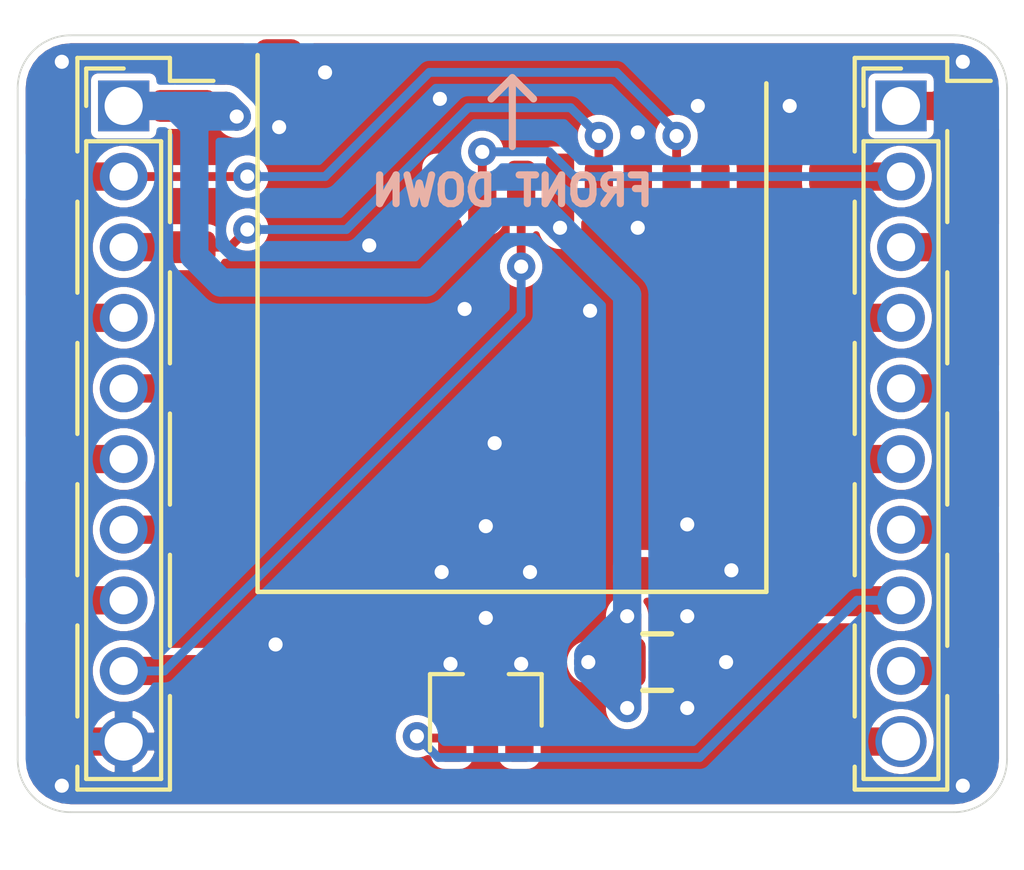
<source format=kicad_pcb>
(kicad_pcb (version 20171130) (host pcbnew "(5.1.5-0-10_14)")

  (general
    (thickness 1.6)
    (drawings 12)
    (tracks 146)
    (zones 0)
    (modules 7)
    (nets 25)
  )

  (page A4)
  (layers
    (0 F.Cu signal)
    (31 B.Cu signal)
    (32 B.Adhes user)
    (33 F.Adhes user)
    (34 B.Paste user)
    (35 F.Paste user)
    (36 B.SilkS user)
    (37 F.SilkS user)
    (38 B.Mask user)
    (39 F.Mask user)
    (40 Dwgs.User user)
    (41 Cmts.User user)
    (42 Eco1.User user)
    (43 Eco2.User user)
    (44 Edge.Cuts user)
    (45 Margin user)
    (46 B.CrtYd user)
    (47 F.CrtYd user)
    (48 B.Fab user)
    (49 F.Fab user)
  )

  (setup
    (last_trace_width 0.25)
    (user_trace_width 0.8)
    (trace_clearance 0.2)
    (zone_clearance 0.2)
    (zone_45_only no)
    (trace_min 0.2)
    (via_size 0.8)
    (via_drill 0.4)
    (via_min_size 0.4)
    (via_min_drill 0.3)
    (uvia_size 0.3)
    (uvia_drill 0.1)
    (uvias_allowed no)
    (uvia_min_size 0.2)
    (uvia_min_drill 0.1)
    (edge_width 0.05)
    (segment_width 0.2)
    (pcb_text_width 0.3)
    (pcb_text_size 1.5 1.5)
    (mod_edge_width 0.12)
    (mod_text_size 1 1)
    (mod_text_width 0.15)
    (pad_size 1.45 1.44)
    (pad_drill 1.1)
    (pad_to_mask_clearance 0.05)
    (solder_mask_min_width 0.15)
    (aux_axis_origin 0 0)
    (visible_elements FFFFFF7F)
    (pcbplotparams
      (layerselection 0x010f8_ffffffff)
      (usegerberextensions true)
      (usegerberattributes false)
      (usegerberadvancedattributes false)
      (creategerberjobfile false)
      (excludeedgelayer true)
      (linewidth 0.100000)
      (plotframeref false)
      (viasonmask false)
      (mode 1)
      (useauxorigin false)
      (hpglpennumber 1)
      (hpglpenspeed 20)
      (hpglpendiameter 15.000000)
      (psnegative false)
      (psa4output false)
      (plotreference true)
      (plotvalue true)
      (plotinvisibletext false)
      (padsonsilk false)
      (subtractmaskfromsilk true)
      (outputformat 1)
      (mirror false)
      (drillshape 0)
      (scaleselection 1)
      (outputdirectory "./gerber/"))
  )

  (net 0 "")
  (net 1 VCC)
  (net 2 /SCK3)
  (net 3 /SCL)
  (net 4 /IO2)
  (net 5 /IO4)
  (net 6 /MISO3)
  (net 7 /SDA)
  (net 8 /IO1)
  (net 9 /IO3)
  (net 10 GND)
  (net 11 /RX2)
  (net 12 /MISO)
  (net 13 /NIO1)
  (net 14 /OW)
  (net 15 /VUSB)
  (net 16 /TX2)
  (net 17 /SCK)
  (net 18 /MOSI)
  (net 19 /WKUP)
  (net 20 /VCOM)
  (net 21 /SDD1)
  (net 22 /SDD2)
  (net 23 /Detect)
  (net 24 "Net-(U1-Pad2)")

  (net_class Default "This is the default net class."
    (clearance 0.2)
    (trace_width 0.25)
    (via_dia 0.8)
    (via_drill 0.4)
    (uvia_dia 0.3)
    (uvia_drill 0.1)
    (add_net /Detect)
    (add_net /IO1)
    (add_net /IO2)
    (add_net /IO3)
    (add_net /IO4)
    (add_net /MISO)
    (add_net /MISO3)
    (add_net /MOSI)
    (add_net /NIO1)
    (add_net /OW)
    (add_net /RX2)
    (add_net /SCK)
    (add_net /SCK3)
    (add_net /SCL)
    (add_net /SDA)
    (add_net /SDD1)
    (add_net /SDD2)
    (add_net /TX2)
    (add_net /VCOM)
    (add_net /VUSB)
    (add_net /WKUP)
    (add_net GND)
    (add_net "Net-(U1-Pad2)")
    (add_net VCC)
  )

  (module Connector_PinHeader_2.00mm:PinHeader_1x10_P2.00mm_Vertical (layer F.Cu) (tedit 5EA08F4A) (tstamp 5E7DF199)
    (at 160.5 59)
    (descr "Through hole straight pin header, 1x10, 2.00mm pitch, single row")
    (tags "Through hole pin header THT 1x10 2.00mm single row")
    (path /5E7FB483)
    (fp_text reference J4 (at 0 -2.06) (layer F.SilkS) hide
      (effects (font (size 1 1) (thickness 0.15)))
    )
    (fp_text value Right (at 0 20.06) (layer F.Fab)
      (effects (font (size 1 1) (thickness 0.15)))
    )
    (fp_text user %R (at 0 9 90) (layer F.Fab)
      (effects (font (size 1 1) (thickness 0.15)))
    )
    (fp_line (start -1.06 -1.06) (end 0 -1.06) (layer F.SilkS) (width 0.12))
    (fp_line (start -1.06 0) (end -1.06 -1.06) (layer F.SilkS) (width 0.12))
    (fp_line (start -1.06 1) (end 1.06 1) (layer F.SilkS) (width 0.12))
    (fp_line (start 1.06 1) (end 1.06 19.06) (layer F.SilkS) (width 0.12))
    (fp_line (start -1.06 1) (end -1.06 19.06) (layer F.SilkS) (width 0.12))
    (fp_line (start -1.06 19.06) (end 1.06 19.06) (layer F.SilkS) (width 0.12))
    (fp_line (start -1 -0.5) (end -0.5 -1) (layer F.Fab) (width 0.1))
    (fp_line (start -1 19) (end -1 -0.5) (layer F.Fab) (width 0.1))
    (fp_line (start 1 19) (end -1 19) (layer F.Fab) (width 0.1))
    (fp_line (start 1 -1) (end 1 19) (layer F.Fab) (width 0.1))
    (fp_line (start -0.5 -1) (end 1 -1) (layer F.Fab) (width 0.1))
    (pad 10 thru_hole oval (at 0 18) (size 1.45 1.44) (drill 1.08) (layers *.Cu B.Mask)
      (net 15 /VUSB))
    (pad 9 thru_hole oval (at 0 16) (size 1.35 1.35) (drill 0.8) (layers *.Cu B.Mask)
      (net 20 /VCOM))
    (pad 8 thru_hole oval (at 0 14) (size 1.35 1.35) (drill 0.8) (layers *.Cu B.Mask)
      (net 14 /OW))
    (pad 7 thru_hole oval (at 0 12) (size 1.35 1.35) (drill 0.8) (layers *.Cu B.Mask)
      (net 19 /WKUP))
    (pad 6 thru_hole oval (at 0 10) (size 1.35 1.35) (drill 0.8) (layers *.Cu B.Mask)
      (net 13 /NIO1))
    (pad 5 thru_hole oval (at 0 8) (size 1.35 1.35) (drill 0.8) (layers *.Cu B.Mask)
      (net 18 /MOSI))
    (pad 4 thru_hole oval (at 0 6) (size 1.35 1.35) (drill 0.8) (layers *.Cu B.Mask)
      (net 12 /MISO))
    (pad 3 thru_hole oval (at 0 4) (size 1.35 1.35) (drill 0.8) (layers *.Cu B.Mask)
      (net 17 /SCK))
    (pad 2 thru_hole oval (at 0 2) (size 1.35 1.35) (drill 0.8) (layers *.Cu B.Mask)
      (net 11 /RX2))
    (pad 1 thru_hole rect (at 0 0) (size 1.45 1.44) (drill 1.08) (layers *.Cu B.Mask)
      (net 16 /TX2))
    (model ${KISYS3DMOD}/Connector_PinHeader_2.00mm.3dshapes/PinHeader_1x10_P2.00mm_Vertical.wrl
      (at (xyz 0 0 0))
      (scale (xyz 1 1 1))
      (rotate (xyz 0 0 0))
    )
  )

  (module Connector_PinHeader_2.00mm:PinHeader_1x10_P2.00mm_Vertical (layer F.Cu) (tedit 5EA08F30) (tstamp 5E7DF17B)
    (at 138.5 59)
    (descr "Through hole straight pin header, 1x10, 2.00mm pitch, single row")
    (tags "Through hole pin header THT 1x10 2.00mm single row")
    (path /5E7F6662)
    (fp_text reference J3 (at 0 -2.06) (layer F.SilkS) hide
      (effects (font (size 1 1) (thickness 0.15)))
    )
    (fp_text value Left (at 0 20.06) (layer F.Fab)
      (effects (font (size 1 1) (thickness 0.15)))
    )
    (fp_line (start -0.5 -1) (end 1 -1) (layer F.Fab) (width 0.1))
    (fp_line (start 1 -1) (end 1 19) (layer F.Fab) (width 0.1))
    (fp_line (start 1 19) (end -1 19) (layer F.Fab) (width 0.1))
    (fp_line (start -1 19) (end -1 -0.5) (layer F.Fab) (width 0.1))
    (fp_line (start -1 -0.5) (end -0.5 -1) (layer F.Fab) (width 0.1))
    (fp_line (start -1.06 19.06) (end 1.06 19.06) (layer F.SilkS) (width 0.12))
    (fp_line (start -1.06 1) (end -1.06 19.06) (layer F.SilkS) (width 0.12))
    (fp_line (start 1.06 1) (end 1.06 19.06) (layer F.SilkS) (width 0.12))
    (fp_line (start -1.06 1) (end 1.06 1) (layer F.SilkS) (width 0.12))
    (fp_line (start -1.06 0) (end -1.06 -1.06) (layer F.SilkS) (width 0.12))
    (fp_line (start -1.06 -1.06) (end 0 -1.06) (layer F.SilkS) (width 0.12))
    (fp_text user %R (at 0 9 90) (layer F.Fab)
      (effects (font (size 1 1) (thickness 0.15)))
    )
    (pad 1 thru_hole rect (at 0 0) (size 1.45 1.44) (drill 1.08) (layers *.Cu B.Mask)
      (net 1 VCC))
    (pad 2 thru_hole oval (at 0 2) (size 1.35 1.35) (drill 0.8) (layers *.Cu B.Mask)
      (net 6 /MISO3))
    (pad 3 thru_hole oval (at 0 4) (size 1.35 1.35) (drill 0.8) (layers *.Cu B.Mask)
      (net 2 /SCK3))
    (pad 4 thru_hole oval (at 0 6) (size 1.35 1.35) (drill 0.8) (layers *.Cu B.Mask)
      (net 7 /SDA))
    (pad 5 thru_hole oval (at 0 8) (size 1.35 1.35) (drill 0.8) (layers *.Cu B.Mask)
      (net 3 /SCL))
    (pad 6 thru_hole oval (at 0 10) (size 1.35 1.35) (drill 0.8) (layers *.Cu B.Mask)
      (net 8 /IO1))
    (pad 7 thru_hole oval (at 0 12) (size 1.35 1.35) (drill 0.8) (layers *.Cu B.Mask)
      (net 4 /IO2))
    (pad 8 thru_hole oval (at 0 14) (size 1.35 1.35) (drill 0.8) (layers *.Cu B.Mask)
      (net 9 /IO3))
    (pad 9 thru_hole oval (at 0 16) (size 1.35 1.35) (drill 0.8) (layers *.Cu B.Mask)
      (net 5 /IO4))
    (pad 10 thru_hole oval (at 0 18) (size 1.45 1.44) (drill 1.08) (layers *.Cu B.Mask)
      (net 10 GND))
    (model ${KISYS3DMOD}/Connector_PinHeader_2.00mm.3dshapes/PinHeader_1x10_P2.00mm_Vertical.wrl
      (at (xyz 0 0 0))
      (scale (xyz 1 1 1))
      (rotate (xyz 0 0 0))
    )
  )

  (module Connector_PinSocket_2.00mm:PinSocket_1x10_P2.00mm_Vertical_SMD_Pin1Right (layer F.Cu) (tedit 5E920CEA) (tstamp 5E7DD144)
    (at 138.5 68)
    (descr "surface-mounted straight socket strip, 1x10, 2.00mm pitch, single row, style 2 (pin 1 right) (https://www.jayconsystems.com/fileuploader/download/download/?d=1&file=custom%2Fupload%2FFile-1375728122.pdf), script generated")
    (tags "Surface mounted socket strip SMD 1x10 2.00mm single row style2 pin1 right")
    (path /5E7D463C)
    (attr smd)
    (fp_text reference J1 (at 0 -11.8) (layer F.SilkS) hide
      (effects (font (size 1 1) (thickness 0.15)))
    )
    (fp_text value Left (at 0 11.8) (layer F.Fab)
      (effects (font (size 1 1) (thickness 0.15)))
    )
    (fp_text user %R (at 0 0 90) (layer F.Fab)
      (effects (font (size 1 1) (thickness 0.15)))
    )
    (fp_line (start -3.1 10.8) (end -3.1 -10.8) (layer F.CrtYd) (width 0.05))
    (fp_line (start 3.1 10.8) (end -3.1 10.8) (layer F.CrtYd) (width 0.05))
    (fp_line (start 3.1 -10.8) (end 3.1 10.8) (layer F.CrtYd) (width 0.05))
    (fp_line (start -3.1 -10.8) (end 3.1 -10.8) (layer F.CrtYd) (width 0.05))
    (fp_line (start -2.1 9.25) (end -2.1 8.75) (layer F.Fab) (width 0.1))
    (fp_line (start -1.25 9.25) (end -2.1 9.25) (layer F.Fab) (width 0.1))
    (fp_line (start -2.1 8.75) (end -1.25 8.75) (layer F.Fab) (width 0.1))
    (fp_line (start 2.1 7.25) (end 1.25 7.25) (layer F.Fab) (width 0.1))
    (fp_line (start 2.1 6.75) (end 2.1 7.25) (layer F.Fab) (width 0.1))
    (fp_line (start 1.25 6.75) (end 2.1 6.75) (layer F.Fab) (width 0.1))
    (fp_line (start -2.1 5.25) (end -2.1 4.75) (layer F.Fab) (width 0.1))
    (fp_line (start -1.25 5.25) (end -2.1 5.25) (layer F.Fab) (width 0.1))
    (fp_line (start -2.1 4.75) (end -1.25 4.75) (layer F.Fab) (width 0.1))
    (fp_line (start 2.1 3.25) (end 1.25 3.25) (layer F.Fab) (width 0.1))
    (fp_line (start 2.1 2.75) (end 2.1 3.25) (layer F.Fab) (width 0.1))
    (fp_line (start 1.25 2.75) (end 2.1 2.75) (layer F.Fab) (width 0.1))
    (fp_line (start -2.1 1.25) (end -2.1 0.75) (layer F.Fab) (width 0.1))
    (fp_line (start -1.25 1.25) (end -2.1 1.25) (layer F.Fab) (width 0.1))
    (fp_line (start -2.1 0.75) (end -1.25 0.75) (layer F.Fab) (width 0.1))
    (fp_line (start 2.1 -0.75) (end 1.25 -0.75) (layer F.Fab) (width 0.1))
    (fp_line (start 2.1 -1.25) (end 2.1 -0.75) (layer F.Fab) (width 0.1))
    (fp_line (start 1.25 -1.25) (end 2.1 -1.25) (layer F.Fab) (width 0.1))
    (fp_line (start -2.1 -2.75) (end -2.1 -3.25) (layer F.Fab) (width 0.1))
    (fp_line (start -1.25 -2.75) (end -2.1 -2.75) (layer F.Fab) (width 0.1))
    (fp_line (start -2.1 -3.25) (end -1.25 -3.25) (layer F.Fab) (width 0.1))
    (fp_line (start 2.1 -4.75) (end 1.25 -4.75) (layer F.Fab) (width 0.1))
    (fp_line (start 2.1 -5.25) (end 2.1 -4.75) (layer F.Fab) (width 0.1))
    (fp_line (start 1.25 -5.25) (end 2.1 -5.25) (layer F.Fab) (width 0.1))
    (fp_line (start -2.1 -6.75) (end -2.1 -7.25) (layer F.Fab) (width 0.1))
    (fp_line (start -1.25 -6.75) (end -2.1 -6.75) (layer F.Fab) (width 0.1))
    (fp_line (start -2.1 -7.25) (end -1.25 -7.25) (layer F.Fab) (width 0.1))
    (fp_line (start 2.1 -8.75) (end 1.25 -8.75) (layer F.Fab) (width 0.1))
    (fp_line (start 2.1 -9.25) (end 2.1 -8.75) (layer F.Fab) (width 0.1))
    (fp_line (start 1.25 -9.25) (end 2.1 -9.25) (layer F.Fab) (width 0.1))
    (fp_line (start -1.25 10.3) (end -1.25 -10.3) (layer F.Fab) (width 0.1))
    (fp_line (start 1.25 10.3) (end -1.25 10.3) (layer F.Fab) (width 0.1))
    (fp_line (start 1.25 -9.675) (end 1.25 10.3) (layer F.Fab) (width 0.1))
    (fp_line (start 0.625 -10.3) (end 1.25 -9.675) (layer F.Fab) (width 0.1))
    (fp_line (start -1.25 -10.3) (end 0.625 -10.3) (layer F.Fab) (width 0.1))
    (fp_line (start 1.31 -9.71) (end 2.54 -9.71) (layer F.SilkS) (width 0.12))
    (fp_line (start -1.31 9.71) (end -1.31 10.36) (layer F.SilkS) (width 0.12))
    (fp_line (start -1.31 5.71) (end -1.31 8.29) (layer F.SilkS) (width 0.12))
    (fp_line (start -1.31 1.71) (end -1.31 4.29) (layer F.SilkS) (width 0.12))
    (fp_line (start -1.31 -2.29) (end -1.31 0.29) (layer F.SilkS) (width 0.12))
    (fp_line (start -1.31 -6.29) (end -1.31 -3.71) (layer F.SilkS) (width 0.12))
    (fp_line (start -1.31 -10.36) (end -1.31 -7.71) (layer F.SilkS) (width 0.12))
    (fp_line (start -1.31 10.36) (end 1.31 10.36) (layer F.SilkS) (width 0.12))
    (fp_line (start 1.31 7.71) (end 1.31 10.36) (layer F.SilkS) (width 0.12))
    (fp_line (start 1.31 3.71) (end 1.31 6.29) (layer F.SilkS) (width 0.12))
    (fp_line (start 1.31 -0.29) (end 1.31 2.29) (layer F.SilkS) (width 0.12))
    (fp_line (start 1.31 -4.29) (end 1.31 -1.71) (layer F.SilkS) (width 0.12))
    (fp_line (start 1.31 -8.29) (end 1.31 -5.71) (layer F.SilkS) (width 0.12))
    (fp_line (start 1.31 -10.36) (end 1.31 -9.71) (layer F.SilkS) (width 0.12))
    (fp_line (start -1.31 -10.36) (end 1.31 -10.36) (layer F.SilkS) (width 0.12))
    (pad 9 smd roundrect (at 1.7 7) (size 1.8 0.9) (layers F.Cu F.Paste F.Mask) (roundrect_rratio 0.25)
      (net 5 /IO4))
    (pad 7 smd roundrect (at 1.7 3) (size 1.8 0.9) (layers F.Cu F.Paste F.Mask) (roundrect_rratio 0.25)
      (net 4 /IO2))
    (pad 5 smd roundrect (at 1.7 -1) (size 1.8 0.9) (layers F.Cu F.Paste F.Mask) (roundrect_rratio 0.25)
      (net 3 /SCL))
    (pad 3 smd roundrect (at 1.7 -5) (size 1.8 0.9) (layers F.Cu F.Paste F.Mask) (roundrect_rratio 0.25)
      (net 2 /SCK3))
    (pad 1 smd roundrect (at 1.7 -9) (size 1.8 0.9) (layers F.Cu F.Paste F.Mask) (roundrect_rratio 0.25)
      (net 1 VCC))
    (pad 10 smd roundrect (at -1.7 9) (size 1.8 0.9) (layers F.Cu F.Paste F.Mask) (roundrect_rratio 0.25)
      (net 10 GND))
    (pad 8 smd roundrect (at -1.7 5) (size 1.8 0.9) (layers F.Cu F.Paste F.Mask) (roundrect_rratio 0.25)
      (net 9 /IO3))
    (pad 6 smd roundrect (at -1.7 1) (size 1.8 0.9) (layers F.Cu F.Paste F.Mask) (roundrect_rratio 0.25)
      (net 8 /IO1))
    (pad 4 smd roundrect (at -1.7 -3) (size 1.8 0.9) (layers F.Cu F.Paste F.Mask) (roundrect_rratio 0.25)
      (net 7 /SDA))
    (pad 2 smd roundrect (at -1.7 -7) (size 1.8 0.9) (layers F.Cu F.Paste F.Mask) (roundrect_rratio 0.25)
      (net 6 /MISO3))
    (model ${KISYS3DMOD}/Connector_PinSocket_2.00mm.3dshapes/PinSocket_1x10_P2.00mm_Vertical_SMD_Pin1Right.wrl
      (at (xyz 0 0 0))
      (scale (xyz 1 1 1))
      (rotate (xyz 0 0 0))
    )
  )

  (module Connector_PinSocket_2.00mm:PinSocket_1x10_P2.00mm_Vertical_SMD_Pin1Right (layer F.Cu) (tedit 5E920D62) (tstamp 5E7DCFEF)
    (at 160.5 68)
    (descr "surface-mounted straight socket strip, 1x10, 2.00mm pitch, single row, style 2 (pin 1 right) (https://www.jayconsystems.com/fileuploader/download/download/?d=1&file=custom%2Fupload%2FFile-1375728122.pdf), script generated")
    (tags "Surface mounted socket strip SMD 1x10 2.00mm single row style2 pin1 right")
    (path /5E7D9FB6)
    (attr smd)
    (fp_text reference J2 (at 0 -11.8) (layer F.SilkS) hide
      (effects (font (size 1 1) (thickness 0.15)))
    )
    (fp_text value Right (at 0 11.8) (layer F.Fab)
      (effects (font (size 1 1) (thickness 0.15)))
    )
    (fp_text user %R (at 0 0 90) (layer F.Fab)
      (effects (font (size 1 1) (thickness 0.15)))
    )
    (fp_line (start -3.1 10.8) (end -3.1 -10.8) (layer F.CrtYd) (width 0.05))
    (fp_line (start 3.1 10.8) (end -3.1 10.8) (layer F.CrtYd) (width 0.05))
    (fp_line (start 3.1 -10.8) (end 3.1 10.8) (layer F.CrtYd) (width 0.05))
    (fp_line (start -3.1 -10.8) (end 3.1 -10.8) (layer F.CrtYd) (width 0.05))
    (fp_line (start -2.1 9.25) (end -2.1 8.75) (layer F.Fab) (width 0.1))
    (fp_line (start -1.25 9.25) (end -2.1 9.25) (layer F.Fab) (width 0.1))
    (fp_line (start -2.1 8.75) (end -1.25 8.75) (layer F.Fab) (width 0.1))
    (fp_line (start 2.1 7.25) (end 1.25 7.25) (layer F.Fab) (width 0.1))
    (fp_line (start 2.1 6.75) (end 2.1 7.25) (layer F.Fab) (width 0.1))
    (fp_line (start 1.25 6.75) (end 2.1 6.75) (layer F.Fab) (width 0.1))
    (fp_line (start -2.1 5.25) (end -2.1 4.75) (layer F.Fab) (width 0.1))
    (fp_line (start -1.25 5.25) (end -2.1 5.25) (layer F.Fab) (width 0.1))
    (fp_line (start -2.1 4.75) (end -1.25 4.75) (layer F.Fab) (width 0.1))
    (fp_line (start 2.1 3.25) (end 1.25 3.25) (layer F.Fab) (width 0.1))
    (fp_line (start 2.1 2.75) (end 2.1 3.25) (layer F.Fab) (width 0.1))
    (fp_line (start 1.25 2.75) (end 2.1 2.75) (layer F.Fab) (width 0.1))
    (fp_line (start -2.1 1.25) (end -2.1 0.75) (layer F.Fab) (width 0.1))
    (fp_line (start -1.25 1.25) (end -2.1 1.25) (layer F.Fab) (width 0.1))
    (fp_line (start -2.1 0.75) (end -1.25 0.75) (layer F.Fab) (width 0.1))
    (fp_line (start 2.1 -0.75) (end 1.25 -0.75) (layer F.Fab) (width 0.1))
    (fp_line (start 2.1 -1.25) (end 2.1 -0.75) (layer F.Fab) (width 0.1))
    (fp_line (start 1.25 -1.25) (end 2.1 -1.25) (layer F.Fab) (width 0.1))
    (fp_line (start -2.1 -2.75) (end -2.1 -3.25) (layer F.Fab) (width 0.1))
    (fp_line (start -1.25 -2.75) (end -2.1 -2.75) (layer F.Fab) (width 0.1))
    (fp_line (start -2.1 -3.25) (end -1.25 -3.25) (layer F.Fab) (width 0.1))
    (fp_line (start 2.1 -4.75) (end 1.25 -4.75) (layer F.Fab) (width 0.1))
    (fp_line (start 2.1 -5.25) (end 2.1 -4.75) (layer F.Fab) (width 0.1))
    (fp_line (start 1.25 -5.25) (end 2.1 -5.25) (layer F.Fab) (width 0.1))
    (fp_line (start -2.1 -6.75) (end -2.1 -7.25) (layer F.Fab) (width 0.1))
    (fp_line (start -1.25 -6.75) (end -2.1 -6.75) (layer F.Fab) (width 0.1))
    (fp_line (start -2.1 -7.25) (end -1.25 -7.25) (layer F.Fab) (width 0.1))
    (fp_line (start 2.1 -8.75) (end 1.25 -8.75) (layer F.Fab) (width 0.1))
    (fp_line (start 2.1 -9.25) (end 2.1 -8.75) (layer F.Fab) (width 0.1))
    (fp_line (start 1.25 -9.25) (end 2.1 -9.25) (layer F.Fab) (width 0.1))
    (fp_line (start -1.25 10.3) (end -1.25 -10.3) (layer F.Fab) (width 0.1))
    (fp_line (start 1.25 10.3) (end -1.25 10.3) (layer F.Fab) (width 0.1))
    (fp_line (start 1.25 -9.675) (end 1.25 10.3) (layer F.Fab) (width 0.1))
    (fp_line (start 0.625 -10.3) (end 1.25 -9.675) (layer F.Fab) (width 0.1))
    (fp_line (start -1.25 -10.3) (end 0.625 -10.3) (layer F.Fab) (width 0.1))
    (fp_line (start 1.31 -9.71) (end 2.54 -9.71) (layer F.SilkS) (width 0.12))
    (fp_line (start -1.31 9.71) (end -1.31 10.36) (layer F.SilkS) (width 0.12))
    (fp_line (start -1.31 5.71) (end -1.31 8.29) (layer F.SilkS) (width 0.12))
    (fp_line (start -1.31 1.71) (end -1.31 4.29) (layer F.SilkS) (width 0.12))
    (fp_line (start -1.31 -2.29) (end -1.31 0.29) (layer F.SilkS) (width 0.12))
    (fp_line (start -1.31 -6.29) (end -1.31 -3.71) (layer F.SilkS) (width 0.12))
    (fp_line (start -1.31 -10.36) (end -1.31 -7.71) (layer F.SilkS) (width 0.12))
    (fp_line (start -1.31 10.36) (end 1.31 10.36) (layer F.SilkS) (width 0.12))
    (fp_line (start 1.31 7.71) (end 1.31 10.36) (layer F.SilkS) (width 0.12))
    (fp_line (start 1.31 3.71) (end 1.31 6.29) (layer F.SilkS) (width 0.12))
    (fp_line (start 1.31 -0.29) (end 1.31 2.29) (layer F.SilkS) (width 0.12))
    (fp_line (start 1.31 -4.29) (end 1.31 -1.71) (layer F.SilkS) (width 0.12))
    (fp_line (start 1.31 -8.29) (end 1.31 -5.71) (layer F.SilkS) (width 0.12))
    (fp_line (start 1.31 -10.36) (end 1.31 -9.71) (layer F.SilkS) (width 0.12))
    (fp_line (start -1.31 -10.36) (end 1.31 -10.36) (layer F.SilkS) (width 0.12))
    (pad 9 smd roundrect (at 1.7 7) (size 1.8 0.9) (layers F.Cu F.Paste F.Mask) (roundrect_rratio 0.25)
      (net 20 /VCOM))
    (pad 7 smd roundrect (at 1.7 3) (size 1.8 0.9) (layers F.Cu F.Paste F.Mask) (roundrect_rratio 0.25)
      (net 19 /WKUP))
    (pad 5 smd roundrect (at 1.7 -1) (size 1.8 0.9) (layers F.Cu F.Paste F.Mask) (roundrect_rratio 0.25)
      (net 18 /MOSI))
    (pad 3 smd roundrect (at 1.7 -5) (size 1.8 0.9) (layers F.Cu F.Paste F.Mask) (roundrect_rratio 0.25)
      (net 17 /SCK))
    (pad 1 smd roundrect (at 1.7 -9) (size 1.8 0.9) (layers F.Cu F.Paste F.Mask) (roundrect_rratio 0.25)
      (net 16 /TX2))
    (pad 10 smd roundrect (at -1.7 9) (size 1.8 0.9) (layers F.Cu F.Paste F.Mask) (roundrect_rratio 0.25)
      (net 15 /VUSB))
    (pad 8 smd roundrect (at -1.7 5) (size 1.8 0.9) (layers F.Cu F.Paste F.Mask) (roundrect_rratio 0.25)
      (net 14 /OW))
    (pad 6 smd roundrect (at -1.7 1) (size 1.8 0.9) (layers F.Cu F.Paste F.Mask) (roundrect_rratio 0.25)
      (net 13 /NIO1))
    (pad 4 smd roundrect (at -1.7 -3) (size 1.8 0.9) (layers F.Cu F.Paste F.Mask) (roundrect_rratio 0.25)
      (net 12 /MISO))
    (pad 2 smd roundrect (at -1.7 -7) (size 1.8 0.9) (layers F.Cu F.Paste F.Mask) (roundrect_rratio 0.25)
      (net 11 /RX2))
    (model ${KISYS3DMOD}/Connector_PinSocket_2.00mm.3dshapes/PinSocket_1x10_P2.00mm_Vertical_SMD_Pin1Right.wrl
      (at (xyz 0 0 0))
      (scale (xyz 1 1 1))
      (rotate (xyz 0 0 0))
    )
  )

  (module stdpads:Molex_473521001_microSD (layer F.Cu) (tedit 5CFD75C8) (tstamp 5E7E7000)
    (at 151.95 65 180)
    (path /5E7E354F)
    (attr smd)
    (fp_text reference J5 (at 0.91 0.5) (layer F.SilkS) hide
      (effects (font (size 1 1) (thickness 0.15)))
    )
    (fp_text value microSD (at 0.91 -0.5) (layer F.Fab)
      (effects (font (size 1 1) (thickness 0.15)))
    )
    (fp_line (start -4.74 -7.76) (end -4.74 6.64) (layer F.SilkS) (width 0.127))
    (fp_line (start 6.96 6.64) (end -4.54 6.64) (layer F.Fab) (width 0.127))
    (fp_line (start 6.96 7.64) (end 6.96 6.64) (layer F.Fab) (width 0.127))
    (fp_line (start 9.46 7.64) (end 6.96 7.64) (layer F.Fab) (width 0.127))
    (fp_line (start 9.46 -7.56) (end 9.46 7.64) (layer F.Fab) (width 0.127))
    (fp_line (start -4.54 -7.56) (end 9.46 -7.56) (layer F.Fab) (width 0.127))
    (fp_line (start -4.74 -7.76) (end 9.66 -7.76) (layer F.SilkS) (width 0.127))
    (fp_line (start 9.66 -7.76) (end 9.66 7.44) (layer F.SilkS) (width 0.127))
    (fp_line (start -4.54 -7.56) (end -4.54 6.64) (layer F.Fab) (width 0.127))
    (pad 8 smd roundrect (at -3.3 3.7 180) (size 0.8 1.5) (layers F.Cu F.Paste F.Mask) (roundrect_rratio 0.25)
      (net 21 /SDD1))
    (pad 7 smd roundrect (at -2.2 3.7 180) (size 0.8 1.5) (layers F.Cu F.Paste F.Mask) (roundrect_rratio 0.25)
      (net 6 /MISO3))
    (pad 6 smd roundrect (at -1.1 3.9 180) (size 0.8 1.5) (layers F.Cu F.Paste F.Mask) (roundrect_rratio 0.25)
      (net 10 GND))
    (pad 5 smd roundrect (at 0 3.7 180) (size 0.8 1.5) (layers F.Cu F.Paste F.Mask) (roundrect_rratio 0.25)
      (net 2 /SCK3))
    (pad 4 smd roundrect (at 1.1 3.9 180) (size 0.8 1.5) (layers F.Cu F.Paste F.Mask) (roundrect_rratio 0.25)
      (net 1 VCC))
    (pad 3 smd roundrect (at 2.2 3.7 180) (size 0.8 1.5) (layers F.Cu F.Paste F.Mask) (roundrect_rratio 0.25)
      (net 5 /IO4))
    (pad 2 smd roundrect (at 3.3 3.3 180) (size 0.8 1.5) (layers F.Cu F.Paste F.Mask) (roundrect_rratio 0.25)
      (net 11 /RX2))
    (pad 1 smd roundrect (at 4.4 3.7 180) (size 0.8 1.5) (layers F.Cu F.Paste F.Mask) (roundrect_rratio 0.25)
      (net 22 /SDD2))
    (pad 10 smd roundrect (at 9.06 6.94 180) (size 1.4 1.9) (layers F.Cu F.Paste F.Mask) (roundrect_rratio 0.25)
      (net 10 GND))
    (pad 10 smd roundrect (at 3.21 -7.21 180) (size 1.3 1.4) (layers F.Cu F.Paste F.Mask) (roundrect_rratio 0.25)
      (net 10 GND))
    (pad 9 smd roundrect (at -1.1 -7.25 180) (size 1 0.95) (layers F.Cu F.Paste F.Mask) (roundrect_rratio 0.25)
      (net 23 /Detect))
    (pad 10 smd roundrect (at -2.49 -7.16 180) (size 1.3 1.4) (layers F.Cu F.Paste F.Mask) (roundrect_rratio 0.25)
      (net 10 GND))
    (pad 10 smd roundrect (at -4.09 5.99 180) (size 1.4 1.9) (layers F.Cu F.Paste F.Mask) (roundrect_rratio 0.25)
      (net 10 GND))
  )

  (module stdpads:SOT-23 (layer F.Cu) (tedit 5BD633E3) (tstamp 5E7DFC0D)
    (at 148.75 75.85 90)
    (tags SOT-23)
    (path /5E7DA8BC)
    (attr smd)
    (fp_text reference U1 (at 0 -2.15 90) (layer F.SilkS) hide
      (effects (font (size 0.508 0.508) (thickness 0.127)))
    )
    (fp_text value DS28E05 (at 0 1.4 90) (layer F.Fab)
      (effects (font (size 0.127 0.127) (thickness 0.03175)))
    )
    (fp_line (start 0.76 1.58) (end -0.7 1.58) (layer F.SilkS) (width 0.12))
    (fp_line (start 0.76 -1.58) (end -1.4 -1.58) (layer F.SilkS) (width 0.12))
    (fp_line (start -2 1.8) (end -2 -1.8) (layer F.CrtYd) (width 0.05))
    (fp_line (start 2 1.8) (end -2 1.8) (layer F.CrtYd) (width 0.05))
    (fp_line (start 2 -1.8) (end 2 1.8) (layer F.CrtYd) (width 0.05))
    (fp_line (start -2 -1.8) (end 2 -1.8) (layer F.CrtYd) (width 0.05))
    (fp_line (start 0.76 -1.58) (end 0.76 -0.65) (layer F.SilkS) (width 0.12))
    (fp_line (start 0.76 1.58) (end 0.76 0.65) (layer F.SilkS) (width 0.12))
    (fp_line (start -0.7 1.52) (end 0.7 1.52) (layer F.Fab) (width 0.1))
    (fp_line (start 0.7 -1.52) (end 0.7 1.52) (layer F.Fab) (width 0.1))
    (fp_line (start -0.7 -0.95) (end -0.15 -1.52) (layer F.Fab) (width 0.1))
    (fp_line (start -0.15 -1.52) (end 0.7 -1.52) (layer F.Fab) (width 0.1))
    (fp_line (start -0.7 -0.95) (end -0.7 1.5) (layer F.Fab) (width 0.1))
    (fp_text user %R (at 0 0) (layer F.Fab)
      (effects (font (size 0.254 0.254) (thickness 0.0635)))
    )
    (pad 3 smd roundrect (at 1.05 0 90) (size 1.35 0.8) (layers F.Cu F.Paste F.Mask) (roundrect_rratio 0.25)
      (net 10 GND))
    (pad 2 smd roundrect (at -1.05 0.95 90) (size 1.35 0.8) (layers F.Cu F.Paste F.Mask) (roundrect_rratio 0.25)
      (net 24 "Net-(U1-Pad2)"))
    (pad 1 smd roundrect (at -1.05 -0.95 90) (size 1.35 0.8) (layers F.Cu F.Paste F.Mask) (roundrect_rratio 0.25)
      (net 14 /OW))
    (model ${KISYS3DMOD}/Package_TO_SOT_SMD.3dshapes/SOT-23.wrl
      (at (xyz 0 0 0))
      (scale (xyz 1 1 1))
      (rotate (xyz 0 0 0))
    )
  )

  (module stdpads:C_0805 (layer F.Cu) (tedit 5CC26793) (tstamp 5E7DFC96)
    (at 153.6 74.75)
    (tags capacitor)
    (path /5E7E357E)
    (attr smd)
    (fp_text reference C1 (at 0 -1.5) (layer F.SilkS) hide
      (effects (font (size 0.8128 0.8128) (thickness 0.1524)))
    )
    (fp_text value 2u2 (at 0 0.9) (layer F.Fab) hide
      (effects (font (size 0.127 0.127) (thickness 0.03175)))
    )
    (fp_line (start -1 0.625) (end -1 -0.625) (layer F.Fab) (width 0.15))
    (fp_line (start -1 -0.625) (end 1 -0.625) (layer F.Fab) (width 0.15))
    (fp_line (start 1 -0.625) (end 1 0.625) (layer F.Fab) (width 0.15))
    (fp_line (start 1 0.625) (end -1 0.625) (layer F.Fab) (width 0.15))
    (fp_line (start -0.4064 -0.8) (end 0.4064 -0.8) (layer F.SilkS) (width 0.1524))
    (fp_line (start -0.4064 0.8) (end 0.4064 0.8) (layer F.SilkS) (width 0.1524))
    (fp_line (start -1.7 1) (end -1.7 -1) (layer F.CrtYd) (width 0.05))
    (fp_line (start -1.7 -1) (end 1.7 -1) (layer F.CrtYd) (width 0.05))
    (fp_line (start 1.7 -1) (end 1.7 1) (layer F.CrtYd) (width 0.05))
    (fp_line (start 1.7 1) (end -1.7 1) (layer F.CrtYd) (width 0.05))
    (fp_text user %R (at 0 0 90) (layer F.Fab)
      (effects (font (size 0.254 0.254) (thickness 0.0635)))
    )
    (pad 1 smd roundrect (at -0.85 0) (size 1.05 1.4) (layers F.Cu F.Paste F.Mask) (roundrect_rratio 0.25)
      (net 1 VCC))
    (pad 2 smd roundrect (at 0.85 0) (size 1.05 1.4) (layers F.Cu F.Paste F.Mask) (roundrect_rratio 0.25)
      (net 10 GND))
    (model ${KISYS3DMOD}/Capacitor_SMD.3dshapes/C_0805_2012Metric.wrl
      (at (xyz 0 0 0))
      (scale (xyz 1 1 1))
      (rotate (xyz 0 0 0))
    )
  )

  (gr_line (start 149.5 58.2) (end 148.9 58.8) (layer B.SilkS) (width 0.2032) (tstamp 5E924EE5))
  (gr_line (start 149.5 58.2) (end 150.1 58.8) (layer B.SilkS) (width 0.2032))
  (gr_line (start 149.5 60.15) (end 149.5 58.2) (layer B.SilkS) (width 0.2032))
  (gr_text "FRONT DOWN" (at 149.5 61.4) (layer B.SilkS) (tstamp 5E924FBA)
    (effects (font (size 0.8128 0.8128) (thickness 0.2032)) (justify mirror))
  )
  (gr_arc (start 162 58.5) (end 163.5 58.5) (angle -90) (layer Edge.Cuts) (width 0.05) (tstamp 5E7E7558))
  (gr_arc (start 137 58.5) (end 137 57) (angle -90) (layer Edge.Cuts) (width 0.05) (tstamp 5E7E7545))
  (gr_arc (start 162 77.5) (end 162 79) (angle -90) (layer Edge.Cuts) (width 0.05) (tstamp 5E7E7532))
  (gr_arc (start 137 77.5) (end 135.5 77.5) (angle -90) (layer Edge.Cuts) (width 0.05))
  (gr_line (start 162 57) (end 137 57) (layer Edge.Cuts) (width 0.05) (tstamp 5E7E12B2))
  (gr_line (start 163.5 77.5) (end 163.5 58.5) (layer Edge.Cuts) (width 0.05))
  (gr_line (start 137 79) (end 162 79) (layer Edge.Cuts) (width 0.05))
  (gr_line (start 135.5 58.5) (end 135.5 77.5) (layer Edge.Cuts) (width 0.05))

  (via (at 152.75 73.45) (size 0.8) (drill 0.4) (layers F.Cu B.Cu) (net 1))
  (segment (start 152.75 74.75) (end 152.75 73.45) (width 0.8) (layer F.Cu) (net 1))
  (via (at 151.65 74.75) (size 0.8) (drill 0.4) (layers F.Cu B.Cu) (net 1))
  (segment (start 152.75 74.75) (end 151.65 74.75) (width 0.8) (layer F.Cu) (net 1))
  (via (at 152.75 76.05) (size 0.8) (drill 0.4) (layers F.Cu B.Cu) (net 1))
  (segment (start 152.75 74.75) (end 152.75 76.05) (width 0.8) (layer F.Cu) (net 1))
  (segment (start 151.65 74.95) (end 152.75 76.05) (width 0.8) (layer B.Cu) (net 1))
  (segment (start 151.65 74.75) (end 151.65 74.95) (width 0.8) (layer B.Cu) (net 1))
  (segment (start 151.65 74.55) (end 151.65 74.75) (width 0.8) (layer B.Cu) (net 1))
  (segment (start 152.75 73.45) (end 151.65 74.55) (width 0.8) (layer B.Cu) (net 1))
  (segment (start 152.7 74.75) (end 152.75 74.7) (width 0.8) (layer B.Cu) (net 1))
  (segment (start 151.65 74.75) (end 152.7 74.75) (width 0.8) (layer B.Cu) (net 1))
  (segment (start 152.75 74.7) (end 152.75 73.45) (width 0.8) (layer B.Cu) (net 1))
  (segment (start 152.75 76.05) (end 152.75 74.7) (width 0.8) (layer B.Cu) (net 1))
  (segment (start 150.85 61.1) (end 150.85 62.45) (width 0.8) (layer F.Cu) (net 1))
  (via (at 150.85 62.45) (size 0.8) (drill 0.4) (layers F.Cu B.Cu) (net 1))
  (segment (start 152.75 64.35) (end 150.85 62.45) (width 0.8) (layer B.Cu) (net 1))
  (segment (start 152.75 73.45) (end 152.75 64.35) (width 0.8) (layer B.Cu) (net 1))
  (segment (start 138.5 59) (end 140.1 59) (width 0.8) (layer F.Cu) (net 1))
  (segment (start 147.05 64) (end 141.25 64) (width 0.8) (layer B.Cu) (net 1))
  (segment (start 150.4 62) (end 149.05 62) (width 0.8) (layer B.Cu) (net 1))
  (segment (start 139.95 59) (end 138.5 59) (width 0.8) (layer B.Cu) (net 1))
  (segment (start 141.25 64) (end 140.5 63.25) (width 0.8) (layer B.Cu) (net 1))
  (segment (start 149.05 62) (end 147.05 64) (width 0.8) (layer B.Cu) (net 1))
  (segment (start 140.5 59.55) (end 139.95 59) (width 0.8) (layer B.Cu) (net 1))
  (segment (start 150.85 62.45) (end 150.4 62) (width 0.8) (layer B.Cu) (net 1))
  (segment (start 140.5 63.25) (end 140.5 59.55) (width 0.8) (layer B.Cu) (net 1))
  (segment (start 141.4 59) (end 141.7 59.3) (width 0.8) (layer F.Cu) (net 1))
  (via (at 141.7 59.3) (size 0.8) (drill 0.4) (layers F.Cu B.Cu) (net 1))
  (segment (start 140.1 59) (end 141.4 59) (width 0.8) (layer F.Cu) (net 1))
  (segment (start 140.75 59.3) (end 140.5 59.55) (width 0.8) (layer B.Cu) (net 1))
  (segment (start 141.7 59.3) (end 140.75 59.3) (width 0.8) (layer B.Cu) (net 1))
  (segment (start 141.4 59) (end 141.7 59.3) (width 0.8) (layer B.Cu) (net 1))
  (segment (start 139.95 59) (end 141.4 59) (width 0.8) (layer B.Cu) (net 1))
  (segment (start 151.95 61.3) (end 151.95 59.85) (width 0.25) (layer F.Cu) (net 2))
  (via (at 151.95 59.85) (size 0.8) (drill 0.4) (layers F.Cu B.Cu) (net 2))
  (segment (start 138.5 63) (end 140.1 63) (width 0.8) (layer F.Cu) (net 2))
  (segment (start 148.25 59.05) (end 151.15 59.05) (width 0.25) (layer B.Cu) (net 2))
  (segment (start 144.8 62.5) (end 148.25 59.05) (width 0.25) (layer B.Cu) (net 2))
  (segment (start 151.15 59.05) (end 151.95 59.85) (width 0.25) (layer B.Cu) (net 2))
  (via (at 142 62.5) (size 0.8) (drill 0.4) (layers F.Cu B.Cu) (net 2))
  (segment (start 142 62.5) (end 141.5 63) (width 0.25) (layer F.Cu) (net 2))
  (segment (start 141.5 63) (end 138.5 63) (width 0.25) (layer F.Cu) (net 2))
  (segment (start 142 62.5) (end 144.8 62.5) (width 0.25) (layer B.Cu) (net 2))
  (segment (start 138.5 67) (end 140.2 67) (width 0.8) (layer F.Cu) (net 3))
  (segment (start 138.5 71) (end 140.2 71) (width 0.8) (layer F.Cu) (net 4))
  (via (at 149.75 63.55) (size 0.8) (drill 0.4) (layers F.Cu B.Cu) (net 5))
  (segment (start 149.75 61.3) (end 149.75 63.55) (width 0.25) (layer F.Cu) (net 5))
  (segment (start 139.65 75) (end 138.5 75) (width 0.25) (layer B.Cu) (net 5))
  (segment (start 149.75 64.9) (end 139.65 75) (width 0.25) (layer B.Cu) (net 5))
  (segment (start 149.75 63.55) (end 149.75 64.9) (width 0.25) (layer B.Cu) (net 5))
  (segment (start 140.1 75) (end 138.5 75) (width 0.8) (layer F.Cu) (net 5))
  (segment (start 138.55 61.05) (end 138.5 61) (width 0.8) (layer B.Cu) (net 6))
  (via (at 142 61) (size 0.8) (drill 0.4) (layers F.Cu B.Cu) (net 6))
  (segment (start 154.15 59.85) (end 154.15 61.3) (width 0.25) (layer F.Cu) (net 6))
  (via (at 154.15 59.85) (size 0.8) (drill 0.4) (layers F.Cu B.Cu) (net 6))
  (segment (start 138.5 61) (end 136.9 61) (width 0.8) (layer F.Cu) (net 6))
  (segment (start 138.5 61) (end 142 61) (width 0.25) (layer F.Cu) (net 6))
  (segment (start 144.2 61) (end 142 61) (width 0.25) (layer B.Cu) (net 6))
  (segment (start 147.15 58.05) (end 144.2 61) (width 0.25) (layer B.Cu) (net 6))
  (segment (start 152.45 58.05) (end 147.15 58.05) (width 0.25) (layer B.Cu) (net 6))
  (segment (start 154.15 59.75) (end 152.45 58.05) (width 0.25) (layer B.Cu) (net 6))
  (segment (start 154.15 59.85) (end 154.15 59.75) (width 0.25) (layer B.Cu) (net 6))
  (segment (start 138.5 65) (end 136.8 65) (width 0.8) (layer F.Cu) (net 7))
  (segment (start 138.5 69) (end 136.8 69) (width 0.8) (layer F.Cu) (net 8) (tstamp 5E924DCD))
  (segment (start 136.8 73) (end 138.5 73) (width 0.8) (layer F.Cu) (net 9))
  (via (at 157.35 59) (size 0.8) (drill 0.4) (layers F.Cu B.Cu) (net 10))
  (segment (start 157.34 59.01) (end 157.35 59) (width 0.8) (layer F.Cu) (net 10))
  (segment (start 156.04 59.01) (end 157.34 59.01) (width 0.8) (layer F.Cu) (net 10))
  (via (at 154.75 59) (size 0.8) (drill 0.4) (layers F.Cu B.Cu) (net 10))
  (segment (start 154.76 59.01) (end 154.75 59) (width 0.8) (layer F.Cu) (net 10))
  (segment (start 156.04 59.01) (end 154.76 59.01) (width 0.8) (layer F.Cu) (net 10))
  (via (at 144.2 58.05) (size 0.8) (drill 0.4) (layers F.Cu B.Cu) (net 10))
  (segment (start 144.19 58.06) (end 144.2 58.05) (width 0.8) (layer F.Cu) (net 10))
  (segment (start 142.89 58.06) (end 144.19 58.06) (width 0.8) (layer F.Cu) (net 10))
  (via (at 147.5 72.2) (size 0.8) (drill 0.4) (layers F.Cu B.Cu) (net 10))
  (segment (start 147.51 72.21) (end 147.5 72.2) (width 0.8) (layer F.Cu) (net 10))
  (segment (start 148.74 72.21) (end 147.51 72.21) (width 0.8) (layer F.Cu) (net 10))
  (via (at 148.75 70.9) (size 0.8) (drill 0.4) (layers F.Cu B.Cu) (net 10))
  (segment (start 148.74 70.91) (end 148.75 70.9) (width 0.8) (layer F.Cu) (net 10))
  (segment (start 148.74 72.21) (end 148.74 70.91) (width 0.8) (layer F.Cu) (net 10))
  (segment (start 149.99 72.21) (end 150 72.2) (width 0.8) (layer F.Cu) (net 10))
  (via (at 150 72.2) (size 0.8) (drill 0.4) (layers F.Cu B.Cu) (net 10))
  (segment (start 148.74 72.21) (end 149.99 72.21) (width 0.8) (layer F.Cu) (net 10))
  (via (at 148.75 73.5) (size 0.8) (drill 0.4) (layers F.Cu B.Cu) (net 10))
  (segment (start 148.74 73.49) (end 148.75 73.5) (width 0.8) (layer F.Cu) (net 10))
  (segment (start 148.74 72.21) (end 148.74 73.49) (width 0.8) (layer F.Cu) (net 10))
  (via (at 154.45 70.85) (size 0.8) (drill 0.4) (layers F.Cu B.Cu) (net 10))
  (segment (start 154.44 70.86) (end 154.45 70.85) (width 0.8) (layer F.Cu) (net 10))
  (segment (start 154.44 72.16) (end 154.44 70.86) (width 0.8) (layer F.Cu) (net 10))
  (via (at 155.7 72.15) (size 0.8) (drill 0.4) (layers F.Cu B.Cu) (net 10))
  (segment (start 155.69 72.16) (end 155.7 72.15) (width 0.8) (layer F.Cu) (net 10))
  (segment (start 154.44 72.16) (end 155.69 72.16) (width 0.8) (layer F.Cu) (net 10))
  (via (at 154.45 76.05) (size 0.8) (drill 0.4) (layers F.Cu B.Cu) (net 10))
  (segment (start 154.45 74.75) (end 154.45 76.05) (width 0.8) (layer F.Cu) (net 10))
  (via (at 155.55 74.75) (size 0.8) (drill 0.4) (layers F.Cu B.Cu) (net 10))
  (segment (start 154.45 74.75) (end 155.55 74.75) (width 0.8) (layer F.Cu) (net 10))
  (segment (start 154.44 72.16) (end 154.44 73.44) (width 0.8) (layer F.Cu) (net 10))
  (segment (start 154.44 73.44) (end 154.45 73.45) (width 0.8) (layer F.Cu) (net 10))
  (via (at 154.45 73.45) (size 0.8) (drill 0.4) (layers F.Cu B.Cu) (net 10))
  (via (at 153.05 62.45) (size 0.8) (drill 0.4) (layers F.Cu B.Cu) (net 10))
  (segment (start 153.05 61.1) (end 153.05 62.45) (width 0.8) (layer F.Cu) (net 10))
  (via (at 153.05 59.75) (size 0.8) (drill 0.4) (layers F.Cu B.Cu) (net 10))
  (segment (start 153.05 61.1) (end 153.05 59.75) (width 0.8) (layer F.Cu) (net 10))
  (segment (start 148.75 74.8) (end 148.75 73.5) (width 0.8) (layer F.Cu) (net 10))
  (segment (start 154.45 73.45) (end 154.45 74.75) (width 0.8) (layer F.Cu) (net 10))
  (via (at 145.45 62.95) (size 0.8) (drill 0.4) (layers F.Cu B.Cu) (net 10) (tstamp 5E7E76A3))
  (via (at 136.75 57.75) (size 0.8) (drill 0.4) (layers F.Cu B.Cu) (net 10) (tstamp 5E7E76B2))
  (via (at 162.25 57.75) (size 0.8) (drill 0.4) (layers F.Cu B.Cu) (net 10) (tstamp 5E7E76BB))
  (via (at 136.75 78.25) (size 0.8) (drill 0.4) (layers F.Cu B.Cu) (net 10) (tstamp 5E7E76BF))
  (via (at 162.25 78.25) (size 0.8) (drill 0.4) (layers F.Cu B.Cu) (net 10) (tstamp 5E7E76C1))
  (via (at 151.7 64.8) (size 0.8) (drill 0.4) (layers F.Cu B.Cu) (net 10) (tstamp 5E7E79D0))
  (via (at 147.45 58.8) (size 0.8) (drill 0.4) (layers F.Cu B.Cu) (net 10) (tstamp 5E7E79D4))
  (via (at 149 68.55) (size 0.8) (drill 0.4) (layers F.Cu B.Cu) (net 10) (tstamp 5E7E7A12))
  (via (at 142.8 74.25) (size 0.8) (drill 0.4) (layers F.Cu B.Cu) (net 10) (tstamp 5E7E7A16))
  (via (at 147.75 74.8) (size 0.8) (drill 0.4) (layers F.Cu B.Cu) (net 10))
  (segment (start 148.75 74.8) (end 147.75 74.8) (width 0.8) (layer F.Cu) (net 10))
  (via (at 149.75 74.8) (size 0.8) (drill 0.4) (layers F.Cu B.Cu) (net 10))
  (segment (start 148.75 74.8) (end 149.75 74.8) (width 0.8) (layer F.Cu) (net 10))
  (via (at 148.15 64.75) (size 0.8) (drill 0.4) (layers F.Cu B.Cu) (net 10) (tstamp 5E7E7A57))
  (via (at 142.9 59.6) (size 0.8) (drill 0.4) (layers F.Cu B.Cu) (net 10))
  (segment (start 142.89 59.59) (end 142.9 59.6) (width 0.8) (layer F.Cu) (net 10))
  (segment (start 142.89 58.06) (end 142.89 59.59) (width 0.8) (layer F.Cu) (net 10))
  (segment (start 136.8 77) (end 138.5 77) (width 0.8) (layer F.Cu) (net 10))
  (via (at 148.65 60.3) (size 0.8) (drill 0.4) (layers F.Cu B.Cu) (net 11))
  (segment (start 148.65 61.7) (end 148.65 60.3) (width 0.25) (layer F.Cu) (net 11))
  (segment (start 158.9 61) (end 160.5 61) (width 0.8) (layer F.Cu) (net 11))
  (segment (start 150.55 60.3) (end 148.65 60.3) (width 0.25) (layer B.Cu) (net 11))
  (segment (start 151.25 61) (end 150.55 60.3) (width 0.25) (layer B.Cu) (net 11))
  (segment (start 160 61) (end 151.25 61) (width 0.25) (layer B.Cu) (net 11))
  (segment (start 160.5 65) (end 158.9 65) (width 0.8) (layer F.Cu) (net 12))
  (segment (start 158.9 69) (end 160.5 69) (width 0.8) (layer F.Cu) (net 13))
  (segment (start 158.9 73) (end 160.5 73) (width 0.8) (layer F.Cu) (net 14))
  (segment (start 146.85 76.9) (end 147.8 76.9) (width 0.25) (layer F.Cu) (net 14))
  (segment (start 146.8 76.85) (end 146.85 76.9) (width 0.25) (layer F.Cu) (net 14))
  (via (at 146.8 76.85) (size 0.8) (drill 0.4) (layers F.Cu B.Cu) (net 14))
  (segment (start 159.25 73) (end 160.5 73) (width 0.25) (layer B.Cu) (net 14))
  (segment (start 154.8 77.45) (end 159.25 73) (width 0.25) (layer B.Cu) (net 14))
  (segment (start 146.8 76.85) (end 147.4 77.45) (width 0.25) (layer B.Cu) (net 14))
  (segment (start 147.4 77.45) (end 154.8 77.45) (width 0.25) (layer B.Cu) (net 14))
  (segment (start 158.9 77) (end 160.5 77) (width 0.8) (layer F.Cu) (net 15))
  (segment (start 160.5 59) (end 162.1 59) (width 0.8) (layer F.Cu) (net 16))
  (segment (start 162.1 63) (end 160.5 63) (width 0.8) (layer F.Cu) (net 17))
  (segment (start 162.1 67) (end 160.5 67) (width 0.8) (layer F.Cu) (net 18))
  (segment (start 162.1 71) (end 160.5 71) (width 0.8) (layer F.Cu) (net 19))
  (segment (start 162.1 75) (end 160.5 75) (width 0.8) (layer F.Cu) (net 20))

  (zone (net 10) (net_name GND) (layer F.Cu) (tstamp 5E88F051) (hatch edge 0.508)
    (connect_pads (clearance 0.2))
    (min_thickness 0.2)
    (fill yes (arc_segments 32) (thermal_gap 0.2) (thermal_bridge_width 0.5))
    (polygon
      (pts
        (xy 164 80) (xy 135 80) (xy 135 56) (xy 164 56)
      )
    )
    (filled_polygon
      (pts
        (xy 141.89 57.835) (xy 141.965 57.91) (xy 142.74 57.91) (xy 142.74 57.89) (xy 143.04 57.89)
        (xy 143.04 57.91) (xy 143.815 57.91) (xy 143.89 57.835) (xy 143.891021 57.325) (xy 161.984104 57.325)
        (xy 162.227922 57.348906) (xy 162.447165 57.4151) (xy 162.64937 57.522614) (xy 162.826847 57.667361) (xy 162.972829 57.843824)
        (xy 163.081754 58.045276) (xy 163.149474 58.264047) (xy 163.156556 58.331433) (xy 163.076464 58.288623) (xy 162.977705 58.258665)
        (xy 162.875 58.248549) (xy 161.525 58.248549) (xy 161.523369 58.24871) (xy 161.520659 58.22119) (xy 161.503504 58.16464)
        (xy 161.475647 58.112523) (xy 161.438158 58.066842) (xy 161.392477 58.029353) (xy 161.34036 58.001496) (xy 161.28381 57.984341)
        (xy 161.225 57.978549) (xy 159.775 57.978549) (xy 159.71619 57.984341) (xy 159.65964 58.001496) (xy 159.607523 58.029353)
        (xy 159.561842 58.066842) (xy 159.524353 58.112523) (xy 159.496496 58.16464) (xy 159.479341 58.22119) (xy 159.473549 58.28)
        (xy 159.473549 59.72) (xy 159.479341 59.77881) (xy 159.496496 59.83536) (xy 159.524353 59.887477) (xy 159.561842 59.933158)
        (xy 159.607523 59.970647) (xy 159.65964 59.998504) (xy 159.71619 60.015659) (xy 159.775 60.021451) (xy 161.225 60.021451)
        (xy 161.28381 60.015659) (xy 161.34036 59.998504) (xy 161.392477 59.970647) (xy 161.438158 59.933158) (xy 161.475647 59.887477)
        (xy 161.503504 59.83536) (xy 161.520659 59.77881) (xy 161.523369 59.75129) (xy 161.525 59.751451) (xy 162.875 59.751451)
        (xy 162.977705 59.741335) (xy 163.076464 59.711377) (xy 163.167481 59.662728) (xy 163.175001 59.656556) (xy 163.175001 62.343443)
        (xy 163.167481 62.337272) (xy 163.076464 62.288623) (xy 162.977705 62.258665) (xy 162.875 62.248549) (xy 161.525 62.248549)
        (xy 161.422295 62.258665) (xy 161.323536 62.288623) (xy 161.302251 62.3) (xy 161.178859 62.3) (xy 161.121527 62.242668)
        (xy 160.961836 62.135966) (xy 160.784397 62.062468) (xy 160.596029 62.025) (xy 160.403971 62.025) (xy 160.215603 62.062468)
        (xy 160.038164 62.135966) (xy 159.878473 62.242668) (xy 159.742668 62.378473) (xy 159.635966 62.538164) (xy 159.562468 62.715603)
        (xy 159.525 62.903971) (xy 159.525 63.096029) (xy 159.562468 63.284397) (xy 159.635966 63.461836) (xy 159.742668 63.621527)
        (xy 159.878473 63.757332) (xy 160.038164 63.864034) (xy 160.215603 63.937532) (xy 160.403971 63.975) (xy 160.596029 63.975)
        (xy 160.784397 63.937532) (xy 160.961836 63.864034) (xy 161.121527 63.757332) (xy 161.178859 63.7) (xy 161.302251 63.7)
        (xy 161.323536 63.711377) (xy 161.422295 63.741335) (xy 161.525 63.751451) (xy 162.875 63.751451) (xy 162.977705 63.741335)
        (xy 163.076464 63.711377) (xy 163.167481 63.662728) (xy 163.175001 63.656557) (xy 163.175001 66.343443) (xy 163.167481 66.337272)
        (xy 163.076464 66.288623) (xy 162.977705 66.258665) (xy 162.875 66.248549) (xy 161.525 66.248549) (xy 161.422295 66.258665)
        (xy 161.323536 66.288623) (xy 161.302251 66.3) (xy 161.178859 66.3) (xy 161.121527 66.242668) (xy 160.961836 66.135966)
        (xy 160.784397 66.062468) (xy 160.596029 66.025) (xy 160.403971 66.025) (xy 160.215603 66.062468) (xy 160.038164 66.135966)
        (xy 159.878473 66.242668) (xy 159.742668 66.378473) (xy 159.635966 66.538164) (xy 159.562468 66.715603) (xy 159.525 66.903971)
        (xy 159.525 67.096029) (xy 159.562468 67.284397) (xy 159.635966 67.461836) (xy 159.742668 67.621527) (xy 159.878473 67.757332)
        (xy 160.038164 67.864034) (xy 160.215603 67.937532) (xy 160.403971 67.975) (xy 160.596029 67.975) (xy 160.784397 67.937532)
        (xy 160.961836 67.864034) (xy 161.121527 67.757332) (xy 161.178859 67.7) (xy 161.302251 67.7) (xy 161.323536 67.711377)
        (xy 161.422295 67.741335) (xy 161.525 67.751451) (xy 162.875 67.751451) (xy 162.977705 67.741335) (xy 163.076464 67.711377)
        (xy 163.167481 67.662728) (xy 163.175001 67.656557) (xy 163.175 70.343443) (xy 163.167481 70.337272) (xy 163.076464 70.288623)
        (xy 162.977705 70.258665) (xy 162.875 70.248549) (xy 161.525 70.248549) (xy 161.422295 70.258665) (xy 161.323536 70.288623)
        (xy 161.302251 70.3) (xy 161.178859 70.3) (xy 161.121527 70.242668) (xy 160.961836 70.135966) (xy 160.784397 70.062468)
        (xy 160.596029 70.025) (xy 160.403971 70.025) (xy 160.215603 70.062468) (xy 160.038164 70.135966) (xy 159.878473 70.242668)
        (xy 159.742668 70.378473) (xy 159.635966 70.538164) (xy 159.562468 70.715603) (xy 159.525 70.903971) (xy 159.525 71.096029)
        (xy 159.562468 71.284397) (xy 159.635966 71.461836) (xy 159.742668 71.621527) (xy 159.878473 71.757332) (xy 160.038164 71.864034)
        (xy 160.215603 71.937532) (xy 160.403971 71.975) (xy 160.596029 71.975) (xy 160.784397 71.937532) (xy 160.961836 71.864034)
        (xy 161.121527 71.757332) (xy 161.178859 71.7) (xy 161.302251 71.7) (xy 161.323536 71.711377) (xy 161.422295 71.741335)
        (xy 161.525 71.751451) (xy 162.875 71.751451) (xy 162.977705 71.741335) (xy 163.076464 71.711377) (xy 163.167481 71.662728)
        (xy 163.175 71.656557) (xy 163.175 74.343443) (xy 163.167481 74.337272) (xy 163.076464 74.288623) (xy 162.977705 74.258665)
        (xy 162.875 74.248549) (xy 161.525 74.248549) (xy 161.422295 74.258665) (xy 161.323536 74.288623) (xy 161.302251 74.3)
        (xy 161.178859 74.3) (xy 161.121527 74.242668) (xy 160.961836 74.135966) (xy 160.784397 74.062468) (xy 160.596029 74.025)
        (xy 160.403971 74.025) (xy 160.215603 74.062468) (xy 160.038164 74.135966) (xy 159.878473 74.242668) (xy 159.742668 74.378473)
        (xy 159.635966 74.538164) (xy 159.562468 74.715603) (xy 159.525 74.903971) (xy 159.525 75.096029) (xy 159.562468 75.284397)
        (xy 159.635966 75.461836) (xy 159.742668 75.621527) (xy 159.878473 75.757332) (xy 160.038164 75.864034) (xy 160.215603 75.937532)
        (xy 160.403971 75.975) (xy 160.596029 75.975) (xy 160.784397 75.937532) (xy 160.961836 75.864034) (xy 161.121527 75.757332)
        (xy 161.178859 75.7) (xy 161.302251 75.7) (xy 161.323536 75.711377) (xy 161.422295 75.741335) (xy 161.525 75.751451)
        (xy 162.875 75.751451) (xy 162.977705 75.741335) (xy 163.076464 75.711377) (xy 163.167481 75.662728) (xy 163.175 75.656557)
        (xy 163.175 77.484104) (xy 163.151094 77.727922) (xy 163.0849 77.947166) (xy 162.977386 78.14937) (xy 162.832639 78.326847)
        (xy 162.656176 78.47283) (xy 162.454727 78.581753) (xy 162.235958 78.649474) (xy 161.993085 78.675) (xy 137.015896 78.675)
        (xy 136.772078 78.651094) (xy 136.552834 78.5849) (xy 136.35063 78.477386) (xy 136.173153 78.332639) (xy 136.02717 78.156176)
        (xy 135.918247 77.954727) (xy 135.853918 77.746914) (xy 135.9 77.751452) (xy 136.575 77.75) (xy 136.65 77.675)
        (xy 136.65 77.15) (xy 136.95 77.15) (xy 136.95 77.675) (xy 137.025 77.75) (xy 137.7 77.751452)
        (xy 137.75881 77.74566) (xy 137.794554 77.734817) (xy 137.844014 77.784799) (xy 138.009629 77.89672) (xy 138.193897 77.974181)
        (xy 138.35 77.93429) (xy 138.35 77.15) (xy 138.65 77.15) (xy 138.65 77.93429) (xy 138.806103 77.974181)
        (xy 138.990371 77.89672) (xy 139.155986 77.784799) (xy 139.296584 77.642718) (xy 139.406762 77.475938) (xy 139.478023 77.305982)
        (xy 139.438019 77.15) (xy 138.65 77.15) (xy 138.35 77.15) (xy 136.95 77.15) (xy 136.65 77.15)
        (xy 136.63 77.15) (xy 136.63 76.85) (xy 136.65 76.85) (xy 136.65 76.325) (xy 136.95 76.325)
        (xy 136.95 76.85) (xy 138.35 76.85) (xy 138.35 76.06571) (xy 138.65 76.06571) (xy 138.65 76.85)
        (xy 139.438019 76.85) (xy 139.4557 76.781056) (xy 146.1 76.781056) (xy 146.1 76.918944) (xy 146.126901 77.054182)
        (xy 146.179668 77.181574) (xy 146.256274 77.296224) (xy 146.353776 77.393726) (xy 146.468426 77.470332) (xy 146.595818 77.523099)
        (xy 146.731056 77.55) (xy 146.868944 77.55) (xy 147.004182 77.523099) (xy 147.110122 77.479218) (xy 147.13672 77.566897)
        (xy 147.183059 77.653591) (xy 147.245421 77.729579) (xy 147.321409 77.791941) (xy 147.408103 77.83828) (xy 147.502172 77.866816)
        (xy 147.6 77.876451) (xy 148 77.876451) (xy 148.097828 77.866816) (xy 148.191897 77.83828) (xy 148.278591 77.791941)
        (xy 148.354579 77.729579) (xy 148.416941 77.653591) (xy 148.46328 77.566897) (xy 148.491816 77.472828) (xy 148.501451 77.375)
        (xy 148.501451 76.425) (xy 148.998549 76.425) (xy 148.998549 77.375) (xy 149.008184 77.472828) (xy 149.03672 77.566897)
        (xy 149.083059 77.653591) (xy 149.145421 77.729579) (xy 149.221409 77.791941) (xy 149.308103 77.83828) (xy 149.402172 77.866816)
        (xy 149.5 77.876451) (xy 149.9 77.876451) (xy 149.997828 77.866816) (xy 150.091897 77.83828) (xy 150.178591 77.791941)
        (xy 150.254579 77.729579) (xy 150.316941 77.653591) (xy 150.36328 77.566897) (xy 150.391816 77.472828) (xy 150.401451 77.375)
        (xy 150.401451 76.775) (xy 157.598549 76.775) (xy 157.598549 77.225) (xy 157.608665 77.327705) (xy 157.638623 77.426464)
        (xy 157.687272 77.517481) (xy 157.752743 77.597257) (xy 157.832519 77.662728) (xy 157.923536 77.711377) (xy 158.022295 77.741335)
        (xy 158.125 77.751451) (xy 159.475 77.751451) (xy 159.577705 77.741335) (xy 159.676464 77.711377) (xy 159.697749 77.7)
        (xy 159.74996 77.7) (xy 159.770262 77.724738) (xy 159.925577 77.852202) (xy 160.102774 77.946916) (xy 160.295045 78.005241)
        (xy 160.444894 78.02) (xy 160.555106 78.02) (xy 160.704955 78.005241) (xy 160.897226 77.946916) (xy 161.074423 77.852202)
        (xy 161.229738 77.724738) (xy 161.357202 77.569423) (xy 161.451916 77.392226) (xy 161.510241 77.199955) (xy 161.529935 77)
        (xy 161.510241 76.800045) (xy 161.451916 76.607774) (xy 161.357202 76.430577) (xy 161.229738 76.275262) (xy 161.074423 76.147798)
        (xy 160.897226 76.053084) (xy 160.704955 75.994759) (xy 160.555106 75.98) (xy 160.444894 75.98) (xy 160.295045 75.994759)
        (xy 160.102774 76.053084) (xy 159.925577 76.147798) (xy 159.770262 76.275262) (xy 159.74996 76.3) (xy 159.697749 76.3)
        (xy 159.676464 76.288623) (xy 159.577705 76.258665) (xy 159.475 76.248549) (xy 158.125 76.248549) (xy 158.022295 76.258665)
        (xy 157.923536 76.288623) (xy 157.832519 76.337272) (xy 157.752743 76.402743) (xy 157.687272 76.482519) (xy 157.638623 76.573536)
        (xy 157.608665 76.672295) (xy 157.598549 76.775) (xy 150.401451 76.775) (xy 150.401451 76.425) (xy 150.391816 76.327172)
        (xy 150.36328 76.233103) (xy 150.316941 76.146409) (xy 150.254579 76.070421) (xy 150.178591 76.008059) (xy 150.091897 75.96172)
        (xy 149.997828 75.933184) (xy 149.9 75.923549) (xy 149.5 75.923549) (xy 149.402172 75.933184) (xy 149.308103 75.96172)
        (xy 149.221409 76.008059) (xy 149.145421 76.070421) (xy 149.083059 76.146409) (xy 149.03672 76.233103) (xy 149.008184 76.327172)
        (xy 148.998549 76.425) (xy 148.501451 76.425) (xy 148.491816 76.327172) (xy 148.46328 76.233103) (xy 148.416941 76.146409)
        (xy 148.354579 76.070421) (xy 148.278591 76.008059) (xy 148.191897 75.96172) (xy 148.097828 75.933184) (xy 148 75.923549)
        (xy 147.6 75.923549) (xy 147.502172 75.933184) (xy 147.408103 75.96172) (xy 147.321409 76.008059) (xy 147.245421 76.070421)
        (xy 147.183059 76.146409) (xy 147.13672 76.233103) (xy 147.136719 76.233106) (xy 147.131574 76.229668) (xy 147.004182 76.176901)
        (xy 146.868944 76.15) (xy 146.731056 76.15) (xy 146.595818 76.176901) (xy 146.468426 76.229668) (xy 146.353776 76.306274)
        (xy 146.256274 76.403776) (xy 146.179668 76.518426) (xy 146.126901 76.645818) (xy 146.1 76.781056) (xy 139.4557 76.781056)
        (xy 139.478023 76.694018) (xy 139.406762 76.524062) (xy 139.296584 76.357282) (xy 139.155986 76.215201) (xy 138.990371 76.10328)
        (xy 138.806103 76.025819) (xy 138.65 76.06571) (xy 138.35 76.06571) (xy 138.193897 76.025819) (xy 138.009629 76.10328)
        (xy 137.844014 76.215201) (xy 137.794554 76.265183) (xy 137.75881 76.25434) (xy 137.7 76.248548) (xy 137.025 76.25)
        (xy 136.95 76.325) (xy 136.65 76.325) (xy 136.575 76.25) (xy 135.9 76.248548) (xy 135.84119 76.25434)
        (xy 135.825 76.259251) (xy 135.825 74.903971) (xy 137.525 74.903971) (xy 137.525 75.096029) (xy 137.562468 75.284397)
        (xy 137.635966 75.461836) (xy 137.742668 75.621527) (xy 137.878473 75.757332) (xy 138.038164 75.864034) (xy 138.215603 75.937532)
        (xy 138.403971 75.975) (xy 138.596029 75.975) (xy 138.784397 75.937532) (xy 138.961836 75.864034) (xy 139.121527 75.757332)
        (xy 139.178859 75.7) (xy 139.302251 75.7) (xy 139.323536 75.711377) (xy 139.422295 75.741335) (xy 139.525 75.751451)
        (xy 140.875 75.751451) (xy 140.977705 75.741335) (xy 141.076464 75.711377) (xy 141.167481 75.662728) (xy 141.247257 75.597257)
        (xy 141.312728 75.517481) (xy 141.335434 75.475) (xy 148.048548 75.475) (xy 148.05434 75.53381) (xy 148.071495 75.590361)
        (xy 148.099352 75.642478) (xy 148.136841 75.688159) (xy 148.182522 75.725648) (xy 148.234639 75.753505) (xy 148.29119 75.77066)
        (xy 148.35 75.776452) (xy 148.525 75.775) (xy 148.6 75.7) (xy 148.6 74.95) (xy 148.9 74.95)
        (xy 148.9 75.7) (xy 148.975 75.775) (xy 149.15 75.776452) (xy 149.20881 75.77066) (xy 149.265361 75.753505)
        (xy 149.317478 75.725648) (xy 149.363159 75.688159) (xy 149.400648 75.642478) (xy 149.428505 75.590361) (xy 149.44566 75.53381)
        (xy 149.451452 75.475) (xy 149.45 75.025) (xy 149.375 74.95) (xy 148.9 74.95) (xy 148.6 74.95)
        (xy 148.125 74.95) (xy 148.05 75.025) (xy 148.048548 75.475) (xy 141.335434 75.475) (xy 141.361377 75.426464)
        (xy 141.391335 75.327705) (xy 141.401451 75.225) (xy 141.401451 74.775) (xy 141.398989 74.75) (xy 150.946613 74.75)
        (xy 150.95 74.784389) (xy 150.95 74.818944) (xy 150.956741 74.852831) (xy 150.960128 74.887224) (xy 150.970161 74.920298)
        (xy 150.976901 74.954182) (xy 150.990122 74.9861) (xy 151.000155 75.019175) (xy 151.016446 75.049654) (xy 151.029668 75.081574)
        (xy 151.048865 75.110304) (xy 151.065155 75.140781) (xy 151.087076 75.167492) (xy 151.106274 75.196224) (xy 151.130709 75.220659)
        (xy 151.15263 75.24737) (xy 151.179341 75.269291) (xy 151.203776 75.293726) (xy 151.232508 75.312924) (xy 151.259219 75.334845)
        (xy 151.289696 75.351135) (xy 151.318426 75.370332) (xy 151.350346 75.383554) (xy 151.380825 75.399845) (xy 151.4139 75.409878)
        (xy 151.445818 75.423099) (xy 151.479702 75.429839) (xy 151.512776 75.439872) (xy 151.547169 75.443259) (xy 151.581056 75.45)
        (xy 151.991431 75.45) (xy 152.018592 75.500814) (xy 152.050001 75.539086) (xy 152.050001 75.981051) (xy 152.05 75.981056)
        (xy 152.05 76.118944) (xy 152.056743 76.152841) (xy 152.060129 76.187224) (xy 152.070159 76.220289) (xy 152.076901 76.254182)
        (xy 152.090126 76.286109) (xy 152.100156 76.319175) (xy 152.116443 76.349646) (xy 152.129668 76.381574) (xy 152.14887 76.410312)
        (xy 152.165156 76.440781) (xy 152.187072 76.467485) (xy 152.206274 76.496224) (xy 152.230714 76.520664) (xy 152.252631 76.54737)
        (xy 152.279337 76.569287) (xy 152.303776 76.593726) (xy 152.332513 76.612928) (xy 152.35922 76.634845) (xy 152.389692 76.651133)
        (xy 152.418426 76.670332) (xy 152.45035 76.683555) (xy 152.480826 76.699845) (xy 152.513897 76.709877) (xy 152.545818 76.723099)
        (xy 152.579705 76.72984) (xy 152.612777 76.739872) (xy 152.647168 76.743259) (xy 152.681056 76.75) (xy 152.71561 76.75)
        (xy 152.75 76.753387) (xy 152.78439 76.75) (xy 152.818944 76.75) (xy 152.852831 76.743259) (xy 152.887224 76.739872)
        (xy 152.920298 76.729839) (xy 152.954182 76.723099) (xy 152.9861 76.709878) (xy 153.019175 76.699845) (xy 153.049654 76.683554)
        (xy 153.081574 76.670332) (xy 153.110304 76.651135) (xy 153.140781 76.634845) (xy 153.167492 76.612924) (xy 153.196224 76.593726)
        (xy 153.220659 76.569291) (xy 153.24737 76.54737) (xy 153.269291 76.520659) (xy 153.293726 76.496224) (xy 153.312924 76.467492)
        (xy 153.334845 76.440781) (xy 153.351135 76.410304) (xy 153.370332 76.381574) (xy 153.383554 76.349654) (xy 153.399845 76.319175)
        (xy 153.409878 76.2861) (xy 153.423099 76.254182) (xy 153.429839 76.220298) (xy 153.439872 76.187224) (xy 153.443259 76.152831)
        (xy 153.45 76.118944) (xy 153.45 75.539085) (xy 153.481408 75.500814) (xy 153.508569 75.45) (xy 153.623548 75.45)
        (xy 153.62934 75.50881) (xy 153.646495 75.565361) (xy 153.674352 75.617478) (xy 153.711841 75.663159) (xy 153.757522 75.700648)
        (xy 153.809639 75.728505) (xy 153.86619 75.74566) (xy 153.925 75.751452) (xy 154.225 75.75) (xy 154.3 75.675)
        (xy 154.3 74.9) (xy 154.6 74.9) (xy 154.6 75.675) (xy 154.675 75.75) (xy 154.975 75.751452)
        (xy 155.03381 75.74566) (xy 155.090361 75.728505) (xy 155.142478 75.700648) (xy 155.188159 75.663159) (xy 155.225648 75.617478)
        (xy 155.253505 75.565361) (xy 155.27066 75.50881) (xy 155.276452 75.45) (xy 155.275 74.975) (xy 155.2 74.9)
        (xy 154.6 74.9) (xy 154.3 74.9) (xy 153.7 74.9) (xy 153.625 74.975) (xy 153.623548 75.45)
        (xy 153.508569 75.45) (xy 153.533523 75.403315) (xy 153.565615 75.297521) (xy 153.576451 75.1875) (xy 153.576451 74.3125)
        (xy 153.565615 74.202479) (xy 153.533523 74.096685) (xy 153.50857 74.05) (xy 153.623548 74.05) (xy 153.625 74.525)
        (xy 153.7 74.6) (xy 154.3 74.6) (xy 154.3 73.825) (xy 154.6 73.825) (xy 154.6 74.6)
        (xy 155.2 74.6) (xy 155.275 74.525) (xy 155.276452 74.05) (xy 155.27066 73.99119) (xy 155.253505 73.934639)
        (xy 155.225648 73.882522) (xy 155.188159 73.836841) (xy 155.142478 73.799352) (xy 155.090361 73.771495) (xy 155.03381 73.75434)
        (xy 154.975 73.748548) (xy 154.675 73.75) (xy 154.6 73.825) (xy 154.3 73.825) (xy 154.225 73.75)
        (xy 153.925 73.748548) (xy 153.86619 73.75434) (xy 153.809639 73.771495) (xy 153.757522 73.799352) (xy 153.711841 73.836841)
        (xy 153.674352 73.882522) (xy 153.646495 73.934639) (xy 153.62934 73.99119) (xy 153.623548 74.05) (xy 153.50857 74.05)
        (xy 153.481408 73.999186) (xy 153.45 73.960915) (xy 153.45 73.381056) (xy 153.443259 73.347169) (xy 153.439872 73.312776)
        (xy 153.429839 73.279702) (xy 153.423099 73.245818) (xy 153.409878 73.2139) (xy 153.399845 73.180825) (xy 153.383554 73.150346)
        (xy 153.370332 73.118426) (xy 153.351135 73.089696) (xy 153.334845 73.059219) (xy 153.312924 73.032508) (xy 153.308877 73.026451)
        (xy 153.3125 73.026451) (xy 153.417644 73.016095) (xy 153.517136 72.985915) (xy 153.539352 73.027478) (xy 153.576841 73.073159)
        (xy 153.622522 73.110648) (xy 153.674639 73.138505) (xy 153.73119 73.15566) (xy 153.79 73.161452) (xy 154.215 73.16)
        (xy 154.29 73.085) (xy 154.29 72.31) (xy 154.59 72.31) (xy 154.59 73.085) (xy 154.665 73.16)
        (xy 155.09 73.161452) (xy 155.14881 73.15566) (xy 155.205361 73.138505) (xy 155.257478 73.110648) (xy 155.303159 73.073159)
        (xy 155.340648 73.027478) (xy 155.368505 72.975361) (xy 155.38566 72.91881) (xy 155.391452 72.86) (xy 155.391193 72.775)
        (xy 157.598549 72.775) (xy 157.598549 73.225) (xy 157.608665 73.327705) (xy 157.638623 73.426464) (xy 157.687272 73.517481)
        (xy 157.752743 73.597257) (xy 157.832519 73.662728) (xy 157.923536 73.711377) (xy 158.022295 73.741335) (xy 158.125 73.751451)
        (xy 159.475 73.751451) (xy 159.577705 73.741335) (xy 159.676464 73.711377) (xy 159.697749 73.7) (xy 159.821141 73.7)
        (xy 159.878473 73.757332) (xy 160.038164 73.864034) (xy 160.215603 73.937532) (xy 160.403971 73.975) (xy 160.596029 73.975)
        (xy 160.784397 73.937532) (xy 160.961836 73.864034) (xy 161.121527 73.757332) (xy 161.257332 73.621527) (xy 161.364034 73.461836)
        (xy 161.437532 73.284397) (xy 161.475 73.096029) (xy 161.475 72.903971) (xy 161.437532 72.715603) (xy 161.364034 72.538164)
        (xy 161.257332 72.378473) (xy 161.121527 72.242668) (xy 160.961836 72.135966) (xy 160.784397 72.062468) (xy 160.596029 72.025)
        (xy 160.403971 72.025) (xy 160.215603 72.062468) (xy 160.038164 72.135966) (xy 159.878473 72.242668) (xy 159.821141 72.3)
        (xy 159.697749 72.3) (xy 159.676464 72.288623) (xy 159.577705 72.258665) (xy 159.475 72.248549) (xy 158.125 72.248549)
        (xy 158.022295 72.258665) (xy 157.923536 72.288623) (xy 157.832519 72.337272) (xy 157.752743 72.402743) (xy 157.687272 72.482519)
        (xy 157.638623 72.573536) (xy 157.608665 72.672295) (xy 157.598549 72.775) (xy 155.391193 72.775) (xy 155.39 72.385)
        (xy 155.315 72.31) (xy 154.59 72.31) (xy 154.29 72.31) (xy 154.27 72.31) (xy 154.27 72.01)
        (xy 154.29 72.01) (xy 154.29 71.235) (xy 154.59 71.235) (xy 154.59 72.01) (xy 155.315 72.01)
        (xy 155.39 71.935) (xy 155.391452 71.46) (xy 155.38566 71.40119) (xy 155.368505 71.344639) (xy 155.340648 71.292522)
        (xy 155.303159 71.246841) (xy 155.257478 71.209352) (xy 155.205361 71.181495) (xy 155.14881 71.16434) (xy 155.09 71.158548)
        (xy 154.665 71.16) (xy 154.59 71.235) (xy 154.29 71.235) (xy 154.215 71.16) (xy 153.79 71.158548)
        (xy 153.73119 71.16434) (xy 153.674639 71.181495) (xy 153.622522 71.209352) (xy 153.576841 71.246841) (xy 153.539352 71.292522)
        (xy 153.511495 71.344639) (xy 153.49434 71.40119) (xy 153.488548 71.46) (xy 153.488687 71.505455) (xy 153.417644 71.483905)
        (xy 153.3125 71.473549) (xy 152.7875 71.473549) (xy 152.682356 71.483905) (xy 152.581252 71.514574) (xy 152.488075 71.564379)
        (xy 152.406404 71.631404) (xy 152.339379 71.713075) (xy 152.289574 71.806252) (xy 152.258905 71.907356) (xy 152.248549 72.0125)
        (xy 152.248549 72.4875) (xy 152.258905 72.592644) (xy 152.289574 72.693748) (xy 152.339379 72.786925) (xy 152.390029 72.848642)
        (xy 152.389692 72.848867) (xy 152.35922 72.865155) (xy 152.332513 72.887072) (xy 152.303776 72.906274) (xy 152.279337 72.930713)
        (xy 152.252631 72.95263) (xy 152.230714 72.979336) (xy 152.206274 73.003776) (xy 152.187072 73.032515) (xy 152.165156 73.059219)
        (xy 152.14887 73.089688) (xy 152.129668 73.118426) (xy 152.116443 73.150354) (xy 152.100156 73.180825) (xy 152.090126 73.213891)
        (xy 152.076901 73.245818) (xy 152.070159 73.279711) (xy 152.060129 73.312776) (xy 152.056743 73.347159) (xy 152.05 73.381056)
        (xy 152.05 73.518944) (xy 152.050001 73.518949) (xy 152.050001 73.960914) (xy 152.018592 73.999186) (xy 151.991431 74.05)
        (xy 151.581056 74.05) (xy 151.547169 74.056741) (xy 151.512776 74.060128) (xy 151.479702 74.070161) (xy 151.445818 74.076901)
        (xy 151.4139 74.090122) (xy 151.380825 74.100155) (xy 151.350346 74.116446) (xy 151.318426 74.129668) (xy 151.289696 74.148865)
        (xy 151.259219 74.165155) (xy 151.232508 74.187076) (xy 151.203776 74.206274) (xy 151.179341 74.230709) (xy 151.15263 74.25263)
        (xy 151.130709 74.279341) (xy 151.106274 74.303776) (xy 151.087076 74.332508) (xy 151.065155 74.359219) (xy 151.048865 74.389696)
        (xy 151.029668 74.418426) (xy 151.016446 74.450346) (xy 151.000155 74.480825) (xy 150.990122 74.5139) (xy 150.976901 74.545818)
        (xy 150.970161 74.579702) (xy 150.960128 74.612776) (xy 150.956741 74.647169) (xy 150.95 74.681056) (xy 150.95 74.71561)
        (xy 150.946613 74.75) (xy 141.398989 74.75) (xy 141.391335 74.672295) (xy 141.361377 74.573536) (xy 141.312728 74.482519)
        (xy 141.247257 74.402743) (xy 141.167481 74.337272) (xy 141.076464 74.288623) (xy 140.977705 74.258665) (xy 140.875 74.248549)
        (xy 139.525 74.248549) (xy 139.422295 74.258665) (xy 139.323536 74.288623) (xy 139.302251 74.3) (xy 139.178859 74.3)
        (xy 139.121527 74.242668) (xy 138.961836 74.135966) (xy 138.935362 74.125) (xy 148.048548 74.125) (xy 148.05 74.575)
        (xy 148.125 74.65) (xy 148.6 74.65) (xy 148.6 73.9) (xy 148.9 73.9) (xy 148.9 74.65)
        (xy 149.375 74.65) (xy 149.45 74.575) (xy 149.451452 74.125) (xy 149.44566 74.06619) (xy 149.428505 74.009639)
        (xy 149.400648 73.957522) (xy 149.363159 73.911841) (xy 149.317478 73.874352) (xy 149.265361 73.846495) (xy 149.20881 73.82934)
        (xy 149.15 73.823548) (xy 148.975 73.825) (xy 148.9 73.9) (xy 148.6 73.9) (xy 148.525 73.825)
        (xy 148.35 73.823548) (xy 148.29119 73.82934) (xy 148.234639 73.846495) (xy 148.182522 73.874352) (xy 148.136841 73.911841)
        (xy 148.099352 73.957522) (xy 148.071495 74.009639) (xy 148.05434 74.06619) (xy 148.048548 74.125) (xy 138.935362 74.125)
        (xy 138.784397 74.062468) (xy 138.596029 74.025) (xy 138.403971 74.025) (xy 138.215603 74.062468) (xy 138.038164 74.135966)
        (xy 137.878473 74.242668) (xy 137.742668 74.378473) (xy 137.635966 74.538164) (xy 137.562468 74.715603) (xy 137.525 74.903971)
        (xy 135.825 74.903971) (xy 135.825 73.656557) (xy 135.832519 73.662728) (xy 135.923536 73.711377) (xy 136.022295 73.741335)
        (xy 136.125 73.751451) (xy 137.475 73.751451) (xy 137.577705 73.741335) (xy 137.676464 73.711377) (xy 137.697749 73.7)
        (xy 137.821141 73.7) (xy 137.878473 73.757332) (xy 138.038164 73.864034) (xy 138.215603 73.937532) (xy 138.403971 73.975)
        (xy 138.596029 73.975) (xy 138.784397 73.937532) (xy 138.961836 73.864034) (xy 139.121527 73.757332) (xy 139.257332 73.621527)
        (xy 139.364034 73.461836) (xy 139.437532 73.284397) (xy 139.475 73.096029) (xy 139.475 72.91) (xy 147.788548 72.91)
        (xy 147.79434 72.96881) (xy 147.811495 73.025361) (xy 147.839352 73.077478) (xy 147.876841 73.123159) (xy 147.922522 73.160648)
        (xy 147.974639 73.188505) (xy 148.03119 73.20566) (xy 148.09 73.211452) (xy 148.515 73.21) (xy 148.59 73.135)
        (xy 148.59 72.36) (xy 148.89 72.36) (xy 148.89 73.135) (xy 148.965 73.21) (xy 149.39 73.211452)
        (xy 149.44881 73.20566) (xy 149.505361 73.188505) (xy 149.557478 73.160648) (xy 149.603159 73.123159) (xy 149.640648 73.077478)
        (xy 149.668505 73.025361) (xy 149.68566 72.96881) (xy 149.691452 72.91) (xy 149.69 72.435) (xy 149.615 72.36)
        (xy 148.89 72.36) (xy 148.59 72.36) (xy 147.865 72.36) (xy 147.79 72.435) (xy 147.788548 72.91)
        (xy 139.475 72.91) (xy 139.475 72.903971) (xy 139.437532 72.715603) (xy 139.364034 72.538164) (xy 139.257332 72.378473)
        (xy 139.121527 72.242668) (xy 138.961836 72.135966) (xy 138.784397 72.062468) (xy 138.596029 72.025) (xy 138.403971 72.025)
        (xy 138.215603 72.062468) (xy 138.038164 72.135966) (xy 137.878473 72.242668) (xy 137.821141 72.3) (xy 137.697749 72.3)
        (xy 137.676464 72.288623) (xy 137.577705 72.258665) (xy 137.475 72.248549) (xy 136.125 72.248549) (xy 136.022295 72.258665)
        (xy 135.923536 72.288623) (xy 135.832519 72.337272) (xy 135.825 72.343443) (xy 135.825 70.903971) (xy 137.525 70.903971)
        (xy 137.525 71.096029) (xy 137.562468 71.284397) (xy 137.635966 71.461836) (xy 137.742668 71.621527) (xy 137.878473 71.757332)
        (xy 138.038164 71.864034) (xy 138.215603 71.937532) (xy 138.403971 71.975) (xy 138.596029 71.975) (xy 138.784397 71.937532)
        (xy 138.961836 71.864034) (xy 139.121527 71.757332) (xy 139.178859 71.7) (xy 139.302251 71.7) (xy 139.323536 71.711377)
        (xy 139.422295 71.741335) (xy 139.525 71.751451) (xy 140.875 71.751451) (xy 140.977705 71.741335) (xy 141.076464 71.711377)
        (xy 141.167481 71.662728) (xy 141.247257 71.597257) (xy 141.312728 71.517481) (xy 141.316726 71.51) (xy 147.788548 71.51)
        (xy 147.79 71.985) (xy 147.865 72.06) (xy 148.59 72.06) (xy 148.59 71.285) (xy 148.89 71.285)
        (xy 148.89 72.06) (xy 149.615 72.06) (xy 149.69 71.985) (xy 149.691452 71.51) (xy 149.68566 71.45119)
        (xy 149.668505 71.394639) (xy 149.640648 71.342522) (xy 149.603159 71.296841) (xy 149.557478 71.259352) (xy 149.505361 71.231495)
        (xy 149.44881 71.21434) (xy 149.39 71.208548) (xy 148.965 71.21) (xy 148.89 71.285) (xy 148.59 71.285)
        (xy 148.515 71.21) (xy 148.09 71.208548) (xy 148.03119 71.21434) (xy 147.974639 71.231495) (xy 147.922522 71.259352)
        (xy 147.876841 71.296841) (xy 147.839352 71.342522) (xy 147.811495 71.394639) (xy 147.79434 71.45119) (xy 147.788548 71.51)
        (xy 141.316726 71.51) (xy 141.361377 71.426464) (xy 141.391335 71.327705) (xy 141.401451 71.225) (xy 141.401451 70.775)
        (xy 141.391335 70.672295) (xy 141.361377 70.573536) (xy 141.312728 70.482519) (xy 141.247257 70.402743) (xy 141.167481 70.337272)
        (xy 141.076464 70.288623) (xy 140.977705 70.258665) (xy 140.875 70.248549) (xy 139.525 70.248549) (xy 139.422295 70.258665)
        (xy 139.323536 70.288623) (xy 139.302251 70.3) (xy 139.178859 70.3) (xy 139.121527 70.242668) (xy 138.961836 70.135966)
        (xy 138.784397 70.062468) (xy 138.596029 70.025) (xy 138.403971 70.025) (xy 138.215603 70.062468) (xy 138.038164 70.135966)
        (xy 137.878473 70.242668) (xy 137.742668 70.378473) (xy 137.635966 70.538164) (xy 137.562468 70.715603) (xy 137.525 70.903971)
        (xy 135.825 70.903971) (xy 135.825 69.656557) (xy 135.832519 69.662728) (xy 135.923536 69.711377) (xy 136.022295 69.741335)
        (xy 136.125 69.751451) (xy 137.475 69.751451) (xy 137.577705 69.741335) (xy 137.676464 69.711377) (xy 137.697749 69.7)
        (xy 137.821141 69.7) (xy 137.878473 69.757332) (xy 138.038164 69.864034) (xy 138.215603 69.937532) (xy 138.403971 69.975)
        (xy 138.596029 69.975) (xy 138.784397 69.937532) (xy 138.961836 69.864034) (xy 139.121527 69.757332) (xy 139.257332 69.621527)
        (xy 139.364034 69.461836) (xy 139.437532 69.284397) (xy 139.475 69.096029) (xy 139.475 68.903971) (xy 139.449347 68.775)
        (xy 157.598549 68.775) (xy 157.598549 69.225) (xy 157.608665 69.327705) (xy 157.638623 69.426464) (xy 157.687272 69.517481)
        (xy 157.752743 69.597257) (xy 157.832519 69.662728) (xy 157.923536 69.711377) (xy 158.022295 69.741335) (xy 158.125 69.751451)
        (xy 159.475 69.751451) (xy 159.577705 69.741335) (xy 159.676464 69.711377) (xy 159.697749 69.7) (xy 159.821141 69.7)
        (xy 159.878473 69.757332) (xy 160.038164 69.864034) (xy 160.215603 69.937532) (xy 160.403971 69.975) (xy 160.596029 69.975)
        (xy 160.784397 69.937532) (xy 160.961836 69.864034) (xy 161.121527 69.757332) (xy 161.257332 69.621527) (xy 161.364034 69.461836)
        (xy 161.437532 69.284397) (xy 161.475 69.096029) (xy 161.475 68.903971) (xy 161.437532 68.715603) (xy 161.364034 68.538164)
        (xy 161.257332 68.378473) (xy 161.121527 68.242668) (xy 160.961836 68.135966) (xy 160.784397 68.062468) (xy 160.596029 68.025)
        (xy 160.403971 68.025) (xy 160.215603 68.062468) (xy 160.038164 68.135966) (xy 159.878473 68.242668) (xy 159.821141 68.3)
        (xy 159.697749 68.3) (xy 159.676464 68.288623) (xy 159.577705 68.258665) (xy 159.475 68.248549) (xy 158.125 68.248549)
        (xy 158.022295 68.258665) (xy 157.923536 68.288623) (xy 157.832519 68.337272) (xy 157.752743 68.402743) (xy 157.687272 68.482519)
        (xy 157.638623 68.573536) (xy 157.608665 68.672295) (xy 157.598549 68.775) (xy 139.449347 68.775) (xy 139.437532 68.715603)
        (xy 139.364034 68.538164) (xy 139.257332 68.378473) (xy 139.121527 68.242668) (xy 138.961836 68.135966) (xy 138.784397 68.062468)
        (xy 138.596029 68.025) (xy 138.403971 68.025) (xy 138.215603 68.062468) (xy 138.038164 68.135966) (xy 137.878473 68.242668)
        (xy 137.821141 68.3) (xy 137.697749 68.3) (xy 137.676464 68.288623) (xy 137.577705 68.258665) (xy 137.475 68.248549)
        (xy 136.125 68.248549) (xy 136.022295 68.258665) (xy 135.923536 68.288623) (xy 135.832519 68.337272) (xy 135.825 68.343443)
        (xy 135.825 66.903971) (xy 137.525 66.903971) (xy 137.525 67.096029) (xy 137.562468 67.284397) (xy 137.635966 67.461836)
        (xy 137.742668 67.621527) (xy 137.878473 67.757332) (xy 138.038164 67.864034) (xy 138.215603 67.937532) (xy 138.403971 67.975)
        (xy 138.596029 67.975) (xy 138.784397 67.937532) (xy 138.961836 67.864034) (xy 139.121527 67.757332) (xy 139.178859 67.7)
        (xy 139.302251 67.7) (xy 139.323536 67.711377) (xy 139.422295 67.741335) (xy 139.525 67.751451) (xy 140.875 67.751451)
        (xy 140.977705 67.741335) (xy 141.076464 67.711377) (xy 141.167481 67.662728) (xy 141.247257 67.597257) (xy 141.312728 67.517481)
        (xy 141.361377 67.426464) (xy 141.391335 67.327705) (xy 141.401451 67.225) (xy 141.401451 66.775) (xy 141.391335 66.672295)
        (xy 141.361377 66.573536) (xy 141.312728 66.482519) (xy 141.247257 66.402743) (xy 141.167481 66.337272) (xy 141.076464 66.288623)
        (xy 140.977705 66.258665) (xy 140.875 66.248549) (xy 139.525 66.248549) (xy 139.422295 66.258665) (xy 139.323536 66.288623)
        (xy 139.302251 66.3) (xy 139.178859 66.3) (xy 139.121527 66.242668) (xy 138.961836 66.135966) (xy 138.784397 66.062468)
        (xy 138.596029 66.025) (xy 138.403971 66.025) (xy 138.215603 66.062468) (xy 138.038164 66.135966) (xy 137.878473 66.242668)
        (xy 137.742668 66.378473) (xy 137.635966 66.538164) (xy 137.562468 66.715603) (xy 137.525 66.903971) (xy 135.825 66.903971)
        (xy 135.825 65.656557) (xy 135.832519 65.662728) (xy 135.923536 65.711377) (xy 136.022295 65.741335) (xy 136.125 65.751451)
        (xy 137.475 65.751451) (xy 137.577705 65.741335) (xy 137.676464 65.711377) (xy 137.697749 65.7) (xy 137.821141 65.7)
        (xy 137.878473 65.757332) (xy 138.038164 65.864034) (xy 138.215603 65.937532) (xy 138.403971 65.975) (xy 138.596029 65.975)
        (xy 138.784397 65.937532) (xy 138.961836 65.864034) (xy 139.121527 65.757332) (xy 139.257332 65.621527) (xy 139.364034 65.461836)
        (xy 139.437532 65.284397) (xy 139.475 65.096029) (xy 139.475 64.903971) (xy 139.449347 64.775) (xy 157.598549 64.775)
        (xy 157.598549 65.225) (xy 157.608665 65.327705) (xy 157.638623 65.426464) (xy 157.687272 65.517481) (xy 157.752743 65.597257)
        (xy 157.832519 65.662728) (xy 157.923536 65.711377) (xy 158.022295 65.741335) (xy 158.125 65.751451) (xy 159.475 65.751451)
        (xy 159.577705 65.741335) (xy 159.676464 65.711377) (xy 159.697749 65.7) (xy 159.821141 65.7) (xy 159.878473 65.757332)
        (xy 160.038164 65.864034) (xy 160.215603 65.937532) (xy 160.403971 65.975) (xy 160.596029 65.975) (xy 160.784397 65.937532)
        (xy 160.961836 65.864034) (xy 161.121527 65.757332) (xy 161.257332 65.621527) (xy 161.364034 65.461836) (xy 161.437532 65.284397)
        (xy 161.475 65.096029) (xy 161.475 64.903971) (xy 161.437532 64.715603) (xy 161.364034 64.538164) (xy 161.257332 64.378473)
        (xy 161.121527 64.242668) (xy 160.961836 64.135966) (xy 160.784397 64.062468) (xy 160.596029 64.025) (xy 160.403971 64.025)
        (xy 160.215603 64.062468) (xy 160.038164 64.135966) (xy 159.878473 64.242668) (xy 159.821141 64.3) (xy 159.697749 64.3)
        (xy 159.676464 64.288623) (xy 159.577705 64.258665) (xy 159.475 64.248549) (xy 158.125 64.248549) (xy 158.022295 64.258665)
        (xy 157.923536 64.288623) (xy 157.832519 64.337272) (xy 157.752743 64.402743) (xy 157.687272 64.482519) (xy 157.638623 64.573536)
        (xy 157.608665 64.672295) (xy 157.598549 64.775) (xy 139.449347 64.775) (xy 139.437532 64.715603) (xy 139.364034 64.538164)
        (xy 139.257332 64.378473) (xy 139.121527 64.242668) (xy 138.961836 64.135966) (xy 138.784397 64.062468) (xy 138.596029 64.025)
        (xy 138.403971 64.025) (xy 138.215603 64.062468) (xy 138.038164 64.135966) (xy 137.878473 64.242668) (xy 137.821141 64.3)
        (xy 137.697749 64.3) (xy 137.676464 64.288623) (xy 137.577705 64.258665) (xy 137.475 64.248549) (xy 136.125 64.248549)
        (xy 136.022295 64.258665) (xy 135.923536 64.288623) (xy 135.832519 64.337272) (xy 135.825 64.343443) (xy 135.825 62.903971)
        (xy 137.525 62.903971) (xy 137.525 63.096029) (xy 137.562468 63.284397) (xy 137.635966 63.461836) (xy 137.742668 63.621527)
        (xy 137.878473 63.757332) (xy 138.038164 63.864034) (xy 138.215603 63.937532) (xy 138.403971 63.975) (xy 138.596029 63.975)
        (xy 138.784397 63.937532) (xy 138.961836 63.864034) (xy 139.121527 63.757332) (xy 139.178859 63.7) (xy 139.302251 63.7)
        (xy 139.323536 63.711377) (xy 139.422295 63.741335) (xy 139.525 63.751451) (xy 140.875 63.751451) (xy 140.977705 63.741335)
        (xy 141.076464 63.711377) (xy 141.167481 63.662728) (xy 141.247257 63.597257) (xy 141.312728 63.517481) (xy 141.361377 63.426464)
        (xy 141.361821 63.425) (xy 141.479133 63.425) (xy 141.5 63.427055) (xy 141.520867 63.425) (xy 141.520874 63.425)
        (xy 141.583314 63.41885) (xy 141.663427 63.394548) (xy 141.73726 63.355084) (xy 141.801974 63.301974) (xy 141.815283 63.285757)
        (xy 141.90602 63.19502) (xy 141.931056 63.2) (xy 142.068944 63.2) (xy 142.204182 63.173099) (xy 142.331574 63.120332)
        (xy 142.446224 63.043726) (xy 142.543726 62.946224) (xy 142.620332 62.831574) (xy 142.673099 62.704182) (xy 142.7 62.568944)
        (xy 142.7 62.431056) (xy 142.673099 62.295818) (xy 142.620332 62.168426) (xy 142.543726 62.053776) (xy 142.446224 61.956274)
        (xy 142.331574 61.879668) (xy 142.204182 61.826901) (xy 142.068944 61.8) (xy 141.931056 61.8) (xy 141.795818 61.826901)
        (xy 141.668426 61.879668) (xy 141.553776 61.956274) (xy 141.456274 62.053776) (xy 141.379668 62.168426) (xy 141.326901 62.295818)
        (xy 141.3 62.431056) (xy 141.3 62.46701) (xy 141.247257 62.402743) (xy 141.167481 62.337272) (xy 141.076464 62.288623)
        (xy 140.977705 62.258665) (xy 140.875 62.248549) (xy 139.525 62.248549) (xy 139.422295 62.258665) (xy 139.323536 62.288623)
        (xy 139.302251 62.3) (xy 139.178859 62.3) (xy 139.121527 62.242668) (xy 138.961836 62.135966) (xy 138.784397 62.062468)
        (xy 138.596029 62.025) (xy 138.403971 62.025) (xy 138.215603 62.062468) (xy 138.038164 62.135966) (xy 137.878473 62.242668)
        (xy 137.742668 62.378473) (xy 137.635966 62.538164) (xy 137.562468 62.715603) (xy 137.525 62.903971) (xy 135.825 62.903971)
        (xy 135.825 61.656557) (xy 135.832519 61.662728) (xy 135.923536 61.711377) (xy 136.022295 61.741335) (xy 136.125 61.751451)
        (xy 137.475 61.751451) (xy 137.577705 61.741335) (xy 137.676464 61.711377) (xy 137.697749 61.7) (xy 137.821141 61.7)
        (xy 137.878473 61.757332) (xy 138.038164 61.864034) (xy 138.215603 61.937532) (xy 138.403971 61.975) (xy 138.596029 61.975)
        (xy 138.784397 61.937532) (xy 138.961836 61.864034) (xy 139.121527 61.757332) (xy 139.257332 61.621527) (xy 139.364034 61.461836)
        (xy 139.379292 61.425) (xy 141.442093 61.425) (xy 141.456274 61.446224) (xy 141.553776 61.543726) (xy 141.668426 61.620332)
        (xy 141.795818 61.673099) (xy 141.931056 61.7) (xy 142.068944 61.7) (xy 142.204182 61.673099) (xy 142.331574 61.620332)
        (xy 142.446224 61.543726) (xy 142.543726 61.446224) (xy 142.620332 61.331574) (xy 142.673099 61.204182) (xy 142.7 61.068944)
        (xy 142.7 60.931056) (xy 142.673099 60.795818) (xy 142.654121 60.75) (xy 146.848549 60.75) (xy 146.848549 61.85)
        (xy 146.858184 61.947828) (xy 146.88672 62.041897) (xy 146.933059 62.128591) (xy 146.995421 62.204579) (xy 147.071409 62.266941)
        (xy 147.158103 62.31328) (xy 147.252172 62.341816) (xy 147.35 62.351451) (xy 147.75 62.351451) (xy 147.847828 62.341816)
        (xy 147.941897 62.31328) (xy 147.954137 62.306738) (xy 147.958184 62.347828) (xy 147.98672 62.441897) (xy 148.033059 62.528591)
        (xy 148.095421 62.604579) (xy 148.171409 62.666941) (xy 148.258103 62.71328) (xy 148.352172 62.741816) (xy 148.45 62.751451)
        (xy 148.85 62.751451) (xy 148.947828 62.741816) (xy 149.041897 62.71328) (xy 149.128591 62.666941) (xy 149.204579 62.604579)
        (xy 149.266941 62.528591) (xy 149.31328 62.441897) (xy 149.325 62.40326) (xy 149.325001 62.992092) (xy 149.303776 63.006274)
        (xy 149.206274 63.103776) (xy 149.129668 63.218426) (xy 149.076901 63.345818) (xy 149.05 63.481056) (xy 149.05 63.618944)
        (xy 149.076901 63.754182) (xy 149.129668 63.881574) (xy 149.206274 63.996224) (xy 149.303776 64.093726) (xy 149.418426 64.170332)
        (xy 149.545818 64.223099) (xy 149.681056 64.25) (xy 149.818944 64.25) (xy 149.954182 64.223099) (xy 150.081574 64.170332)
        (xy 150.196224 64.093726) (xy 150.293726 63.996224) (xy 150.370332 63.881574) (xy 150.423099 63.754182) (xy 150.45 63.618944)
        (xy 150.45 63.481056) (xy 150.423099 63.345818) (xy 150.370332 63.218426) (xy 150.293726 63.103776) (xy 150.196224 63.006274)
        (xy 150.175 62.992093) (xy 150.175 62.644625) (xy 150.176901 62.654182) (xy 150.190126 62.686109) (xy 150.200156 62.719175)
        (xy 150.216443 62.749646) (xy 150.229668 62.781574) (xy 150.24887 62.810312) (xy 150.265156 62.840781) (xy 150.287072 62.867485)
        (xy 150.306274 62.896224) (xy 150.330714 62.920664) (xy 150.352631 62.94737) (xy 150.379337 62.969287) (xy 150.403776 62.993726)
        (xy 150.432513 63.012928) (xy 150.45922 63.034845) (xy 150.489692 63.051133) (xy 150.518426 63.070332) (xy 150.55035 63.083555)
        (xy 150.580826 63.099845) (xy 150.613897 63.109877) (xy 150.645818 63.123099) (xy 150.679705 63.12984) (xy 150.712777 63.139872)
        (xy 150.747168 63.143259) (xy 150.781056 63.15) (xy 150.81561 63.15) (xy 150.85 63.153387) (xy 150.88439 63.15)
        (xy 150.918944 63.15) (xy 150.952831 63.143259) (xy 150.987224 63.139872) (xy 151.020298 63.129839) (xy 151.054182 63.123099)
        (xy 151.0861 63.109878) (xy 151.119175 63.099845) (xy 151.149654 63.083554) (xy 151.181574 63.070332) (xy 151.210304 63.051135)
        (xy 151.240781 63.034845) (xy 151.267492 63.012924) (xy 151.296224 62.993726) (xy 151.320659 62.969291) (xy 151.34737 62.94737)
        (xy 151.369291 62.920659) (xy 151.393726 62.896224) (xy 151.412924 62.867492) (xy 151.434845 62.840781) (xy 151.451135 62.810304)
        (xy 151.470332 62.781574) (xy 151.483554 62.749654) (xy 151.499845 62.719175) (xy 151.509878 62.6861) (xy 151.523099 62.654182)
        (xy 151.529839 62.620298) (xy 151.539872 62.587224) (xy 151.543259 62.552831) (xy 151.55 62.518944) (xy 151.55 62.308949)
        (xy 151.558103 62.31328) (xy 151.652172 62.341816) (xy 151.75 62.351451) (xy 152.15 62.351451) (xy 152.247828 62.341816)
        (xy 152.341897 62.31328) (xy 152.428591 62.266941) (xy 152.504579 62.204579) (xy 152.560559 62.136368) (xy 152.59119 62.14566)
        (xy 152.65 62.151452) (xy 152.825 62.15) (xy 152.9 62.075) (xy 152.9 61.25) (xy 152.88 61.25)
        (xy 152.88 60.95) (xy 152.9 60.95) (xy 152.9 60.125) (xy 153.2 60.125) (xy 153.2 60.95)
        (xy 153.22 60.95) (xy 153.22 61.25) (xy 153.2 61.25) (xy 153.2 62.075) (xy 153.275 62.15)
        (xy 153.45 62.151452) (xy 153.50881 62.14566) (xy 153.539441 62.136368) (xy 153.595421 62.204579) (xy 153.671409 62.266941)
        (xy 153.758103 62.31328) (xy 153.852172 62.341816) (xy 153.95 62.351451) (xy 154.35 62.351451) (xy 154.447828 62.341816)
        (xy 154.541897 62.31328) (xy 154.628591 62.266941) (xy 154.7 62.208337) (xy 154.771409 62.266941) (xy 154.858103 62.31328)
        (xy 154.952172 62.341816) (xy 155.05 62.351451) (xy 155.45 62.351451) (xy 155.547828 62.341816) (xy 155.641897 62.31328)
        (xy 155.728591 62.266941) (xy 155.804579 62.204579) (xy 155.866941 62.128591) (xy 155.91328 62.041897) (xy 155.941816 61.947828)
        (xy 155.951451 61.85) (xy 155.951451 60.775) (xy 157.598549 60.775) (xy 157.598549 61.225) (xy 157.608665 61.327705)
        (xy 157.638623 61.426464) (xy 157.687272 61.517481) (xy 157.752743 61.597257) (xy 157.832519 61.662728) (xy 157.923536 61.711377)
        (xy 158.022295 61.741335) (xy 158.125 61.751451) (xy 159.475 61.751451) (xy 159.577705 61.741335) (xy 159.676464 61.711377)
        (xy 159.697749 61.7) (xy 159.821141 61.7) (xy 159.878473 61.757332) (xy 160.038164 61.864034) (xy 160.215603 61.937532)
        (xy 160.403971 61.975) (xy 160.596029 61.975) (xy 160.784397 61.937532) (xy 160.961836 61.864034) (xy 161.121527 61.757332)
        (xy 161.257332 61.621527) (xy 161.364034 61.461836) (xy 161.437532 61.284397) (xy 161.475 61.096029) (xy 161.475 60.903971)
        (xy 161.437532 60.715603) (xy 161.364034 60.538164) (xy 161.257332 60.378473) (xy 161.121527 60.242668) (xy 160.961836 60.135966)
        (xy 160.784397 60.062468) (xy 160.596029 60.025) (xy 160.403971 60.025) (xy 160.215603 60.062468) (xy 160.038164 60.135966)
        (xy 159.878473 60.242668) (xy 159.821141 60.3) (xy 159.697749 60.3) (xy 159.676464 60.288623) (xy 159.577705 60.258665)
        (xy 159.475 60.248549) (xy 158.125 60.248549) (xy 158.022295 60.258665) (xy 157.923536 60.288623) (xy 157.832519 60.337272)
        (xy 157.752743 60.402743) (xy 157.687272 60.482519) (xy 157.638623 60.573536) (xy 157.608665 60.672295) (xy 157.598549 60.775)
        (xy 155.951451 60.775) (xy 155.951451 60.75) (xy 155.941816 60.652172) (xy 155.91328 60.558103) (xy 155.866941 60.471409)
        (xy 155.804579 60.395421) (xy 155.728591 60.333059) (xy 155.641897 60.28672) (xy 155.55642 60.26079) (xy 155.815 60.26)
        (xy 155.89 60.185) (xy 155.89 59.16) (xy 156.19 59.16) (xy 156.19 60.185) (xy 156.265 60.26)
        (xy 156.74 60.261452) (xy 156.79881 60.25566) (xy 156.855361 60.238505) (xy 156.907478 60.210648) (xy 156.953159 60.173159)
        (xy 156.990648 60.127478) (xy 157.018505 60.075361) (xy 157.03566 60.01881) (xy 157.041452 59.96) (xy 157.04 59.235)
        (xy 156.965 59.16) (xy 156.19 59.16) (xy 155.89 59.16) (xy 155.115 59.16) (xy 155.04 59.235)
        (xy 155.038548 59.96) (xy 155.04434 60.01881) (xy 155.061495 60.075361) (xy 155.089352 60.127478) (xy 155.126841 60.173159)
        (xy 155.172522 60.210648) (xy 155.224639 60.238505) (xy 155.257749 60.248549) (xy 155.05 60.248549) (xy 154.952172 60.258184)
        (xy 154.858103 60.28672) (xy 154.771409 60.333059) (xy 154.7 60.391663) (xy 154.644135 60.345815) (xy 154.693726 60.296224)
        (xy 154.770332 60.181574) (xy 154.823099 60.054182) (xy 154.85 59.918944) (xy 154.85 59.781056) (xy 154.823099 59.645818)
        (xy 154.770332 59.518426) (xy 154.693726 59.403776) (xy 154.596224 59.306274) (xy 154.481574 59.229668) (xy 154.354182 59.176901)
        (xy 154.218944 59.15) (xy 154.081056 59.15) (xy 153.945818 59.176901) (xy 153.818426 59.229668) (xy 153.703776 59.306274)
        (xy 153.606274 59.403776) (xy 153.529668 59.518426) (xy 153.476901 59.645818) (xy 153.45 59.781056) (xy 153.45 59.918944)
        (xy 153.476295 60.051138) (xy 153.45 60.048548) (xy 153.275 60.05) (xy 153.2 60.125) (xy 152.9 60.125)
        (xy 152.825 60.05) (xy 152.65 60.048548) (xy 152.623705 60.051138) (xy 152.65 59.918944) (xy 152.65 59.781056)
        (xy 152.623099 59.645818) (xy 152.570332 59.518426) (xy 152.493726 59.403776) (xy 152.396224 59.306274) (xy 152.281574 59.229668)
        (xy 152.154182 59.176901) (xy 152.018944 59.15) (xy 151.881056 59.15) (xy 151.745818 59.176901) (xy 151.618426 59.229668)
        (xy 151.503776 59.306274) (xy 151.406274 59.403776) (xy 151.329668 59.518426) (xy 151.276901 59.645818) (xy 151.25 59.781056)
        (xy 151.25 59.918944) (xy 151.276901 60.054182) (xy 151.304165 60.120003) (xy 151.241897 60.08672) (xy 151.147828 60.058184)
        (xy 151.05 60.048549) (xy 150.65 60.048549) (xy 150.552172 60.058184) (xy 150.458103 60.08672) (xy 150.371409 60.133059)
        (xy 150.295421 60.195421) (xy 150.233059 60.271409) (xy 150.206436 60.321217) (xy 150.141897 60.28672) (xy 150.047828 60.258184)
        (xy 149.95 60.248549) (xy 149.55 60.248549) (xy 149.452172 60.258184) (xy 149.358103 60.28672) (xy 149.35 60.291051)
        (xy 149.35 60.231056) (xy 149.323099 60.095818) (xy 149.270332 59.968426) (xy 149.193726 59.853776) (xy 149.096224 59.756274)
        (xy 148.981574 59.679668) (xy 148.854182 59.626901) (xy 148.718944 59.6) (xy 148.581056 59.6) (xy 148.445818 59.626901)
        (xy 148.318426 59.679668) (xy 148.203776 59.756274) (xy 148.106274 59.853776) (xy 148.029668 59.968426) (xy 147.976901 60.095818)
        (xy 147.95 60.231056) (xy 147.95 60.291051) (xy 147.941897 60.28672) (xy 147.847828 60.258184) (xy 147.75 60.248549)
        (xy 147.35 60.248549) (xy 147.252172 60.258184) (xy 147.158103 60.28672) (xy 147.071409 60.333059) (xy 146.995421 60.395421)
        (xy 146.933059 60.471409) (xy 146.88672 60.558103) (xy 146.858184 60.652172) (xy 146.848549 60.75) (xy 142.654121 60.75)
        (xy 142.620332 60.668426) (xy 142.543726 60.553776) (xy 142.446224 60.456274) (xy 142.331574 60.379668) (xy 142.204182 60.326901)
        (xy 142.068944 60.3) (xy 141.931056 60.3) (xy 141.795818 60.326901) (xy 141.668426 60.379668) (xy 141.553776 60.456274)
        (xy 141.456274 60.553776) (xy 141.442093 60.575) (xy 139.379292 60.575) (xy 139.364034 60.538164) (xy 139.257332 60.378473)
        (xy 139.121527 60.242668) (xy 138.961836 60.135966) (xy 138.784397 60.062468) (xy 138.596029 60.025) (xy 138.403971 60.025)
        (xy 138.215603 60.062468) (xy 138.038164 60.135966) (xy 137.878473 60.242668) (xy 137.821141 60.3) (xy 137.697749 60.3)
        (xy 137.676464 60.288623) (xy 137.577705 60.258665) (xy 137.475 60.248549) (xy 136.125 60.248549) (xy 136.022295 60.258665)
        (xy 135.923536 60.288623) (xy 135.832519 60.337272) (xy 135.825 60.343443) (xy 135.825 58.515896) (xy 135.848129 58.28)
        (xy 137.473549 58.28) (xy 137.473549 59.72) (xy 137.479341 59.77881) (xy 137.496496 59.83536) (xy 137.524353 59.887477)
        (xy 137.561842 59.933158) (xy 137.607523 59.970647) (xy 137.65964 59.998504) (xy 137.71619 60.015659) (xy 137.775 60.021451)
        (xy 139.225 60.021451) (xy 139.28381 60.015659) (xy 139.34036 59.998504) (xy 139.392477 59.970647) (xy 139.438158 59.933158)
        (xy 139.475647 59.887477) (xy 139.503504 59.83536) (xy 139.520659 59.77881) (xy 139.523369 59.75129) (xy 139.525 59.751451)
        (xy 140.875 59.751451) (xy 140.977705 59.741335) (xy 141.076464 59.711377) (xy 141.097749 59.7) (xy 141.110051 59.7)
        (xy 141.156272 59.746221) (xy 141.156274 59.746224) (xy 141.253776 59.843726) (xy 141.28251 59.862925) (xy 141.309219 59.884845)
        (xy 141.339696 59.901135) (xy 141.368426 59.920332) (xy 141.400346 59.933554) (xy 141.430825 59.949845) (xy 141.463898 59.959877)
        (xy 141.495818 59.973099) (xy 141.529707 59.97984) (xy 141.562775 59.989871) (xy 141.597162 59.993258) (xy 141.631056 60)
        (xy 141.665612 60) (xy 141.699999 60.003387) (xy 141.734386 60) (xy 141.768944 60) (xy 141.80284 59.993258)
        (xy 141.837223 59.989871) (xy 141.870288 59.979841) (xy 141.904182 59.973099) (xy 141.936105 59.959876) (xy 141.969174 59.949845)
        (xy 141.999651 59.933555) (xy 142.031574 59.920332) (xy 142.060305 59.901135) (xy 142.090781 59.884845) (xy 142.117489 59.862926)
        (xy 142.146224 59.843726) (xy 142.170666 59.819284) (xy 142.197369 59.797369) (xy 142.219284 59.770666) (xy 142.243726 59.746224)
        (xy 142.262926 59.717489) (xy 142.284845 59.690781) (xy 142.301135 59.660305) (xy 142.320332 59.631574) (xy 142.333555 59.599651)
        (xy 142.349845 59.569174) (xy 142.359876 59.536105) (xy 142.373099 59.504182) (xy 142.379841 59.470288) (xy 142.389871 59.437223)
        (xy 142.393258 59.40284) (xy 142.4 59.368944) (xy 142.4 59.334386) (xy 142.402323 59.310803) (xy 142.665 59.31)
        (xy 142.74 59.235) (xy 142.74 58.21) (xy 143.04 58.21) (xy 143.04 59.235) (xy 143.115 59.31)
        (xy 143.59 59.311452) (xy 143.64881 59.30566) (xy 143.705361 59.288505) (xy 143.757478 59.260648) (xy 143.803159 59.223159)
        (xy 143.840648 59.177478) (xy 143.868505 59.125361) (xy 143.88566 59.06881) (xy 143.891452 59.01) (xy 143.89 58.285)
        (xy 143.815 58.21) (xy 143.04 58.21) (xy 142.74 58.21) (xy 141.965 58.21) (xy 141.89 58.285)
        (xy 141.889577 58.496234) (xy 141.790781 58.415155) (xy 141.669175 58.350155) (xy 141.537224 58.310128) (xy 141.43439 58.3)
        (xy 141.434387 58.3) (xy 141.4 58.296613) (xy 141.365613 58.3) (xy 141.097749 58.3) (xy 141.076464 58.288623)
        (xy 140.977705 58.258665) (xy 140.875 58.248549) (xy 139.525 58.248549) (xy 139.523369 58.24871) (xy 139.520659 58.22119)
        (xy 139.503504 58.16464) (xy 139.475647 58.112523) (xy 139.438158 58.066842) (xy 139.429821 58.06) (xy 155.038548 58.06)
        (xy 155.04 58.785) (xy 155.115 58.86) (xy 155.89 58.86) (xy 155.89 57.835) (xy 156.19 57.835)
        (xy 156.19 58.86) (xy 156.965 58.86) (xy 157.04 58.785) (xy 157.041452 58.06) (xy 157.03566 58.00119)
        (xy 157.018505 57.944639) (xy 156.990648 57.892522) (xy 156.953159 57.846841) (xy 156.907478 57.809352) (xy 156.855361 57.781495)
        (xy 156.79881 57.76434) (xy 156.74 57.758548) (xy 156.265 57.76) (xy 156.19 57.835) (xy 155.89 57.835)
        (xy 155.815 57.76) (xy 155.34 57.758548) (xy 155.28119 57.76434) (xy 155.224639 57.781495) (xy 155.172522 57.809352)
        (xy 155.126841 57.846841) (xy 155.089352 57.892522) (xy 155.061495 57.944639) (xy 155.04434 58.00119) (xy 155.038548 58.06)
        (xy 139.429821 58.06) (xy 139.392477 58.029353) (xy 139.34036 58.001496) (xy 139.28381 57.984341) (xy 139.225 57.978549)
        (xy 137.775 57.978549) (xy 137.71619 57.984341) (xy 137.65964 58.001496) (xy 137.607523 58.029353) (xy 137.561842 58.066842)
        (xy 137.524353 58.112523) (xy 137.496496 58.16464) (xy 137.479341 58.22119) (xy 137.473549 58.28) (xy 135.848129 58.28)
        (xy 135.848906 58.272078) (xy 135.9151 58.052835) (xy 136.022614 57.85063) (xy 136.167361 57.673153) (xy 136.343824 57.527171)
        (xy 136.545276 57.418246) (xy 136.764047 57.350526) (xy 137.006915 57.325) (xy 141.888979 57.325)
      )
    )
  )
  (zone (net 10) (net_name GND) (layer B.Cu) (tstamp 5E88F04E) (hatch edge 0.508)
    (connect_pads (clearance 0.2))
    (min_thickness 0.2)
    (fill yes (arc_segments 32) (thermal_gap 0.2) (thermal_bridge_width 0.5))
    (polygon
      (pts
        (xy 164 80) (xy 135 80) (xy 135 56) (xy 164 56)
      )
    )
    (filled_polygon
      (pts
        (xy 162.227922 57.348906) (xy 162.447165 57.4151) (xy 162.64937 57.522614) (xy 162.826847 57.667361) (xy 162.972829 57.843824)
        (xy 163.081754 58.045276) (xy 163.149474 58.264047) (xy 163.175001 58.506925) (xy 163.175 77.484104) (xy 163.151094 77.727922)
        (xy 163.0849 77.947166) (xy 162.977386 78.14937) (xy 162.832639 78.326847) (xy 162.656176 78.47283) (xy 162.454727 78.581753)
        (xy 162.235958 78.649474) (xy 161.993085 78.675) (xy 137.015896 78.675) (xy 136.772078 78.651094) (xy 136.552834 78.5849)
        (xy 136.35063 78.477386) (xy 136.173153 78.332639) (xy 136.02717 78.156176) (xy 135.918247 77.954727) (xy 135.850526 77.735958)
        (xy 135.825 77.493085) (xy 135.825 77.305982) (xy 137.521977 77.305982) (xy 137.593238 77.475938) (xy 137.703416 77.642718)
        (xy 137.844014 77.784799) (xy 138.009629 77.89672) (xy 138.193897 77.974181) (xy 138.35 77.93429) (xy 138.35 77.15)
        (xy 138.65 77.15) (xy 138.65 77.93429) (xy 138.806103 77.974181) (xy 138.990371 77.89672) (xy 139.155986 77.784799)
        (xy 139.296584 77.642718) (xy 139.406762 77.475938) (xy 139.478023 77.305982) (xy 139.438019 77.15) (xy 138.65 77.15)
        (xy 138.35 77.15) (xy 137.561981 77.15) (xy 137.521977 77.305982) (xy 135.825 77.305982) (xy 135.825 76.694018)
        (xy 137.521977 76.694018) (xy 137.561981 76.85) (xy 138.35 76.85) (xy 138.35 76.06571) (xy 138.65 76.06571)
        (xy 138.65 76.85) (xy 139.438019 76.85) (xy 139.4557 76.781056) (xy 146.1 76.781056) (xy 146.1 76.918944)
        (xy 146.126901 77.054182) (xy 146.179668 77.181574) (xy 146.256274 77.296224) (xy 146.353776 77.393726) (xy 146.468426 77.470332)
        (xy 146.595818 77.523099) (xy 146.731056 77.55) (xy 146.868944 77.55) (xy 146.893979 77.54502) (xy 147.084721 77.735762)
        (xy 147.098026 77.751974) (xy 147.16274 77.805084) (xy 147.236573 77.844548) (xy 147.292383 77.861478) (xy 147.316685 77.86885)
        (xy 147.325098 77.869679) (xy 147.379126 77.875) (xy 147.379132 77.875) (xy 147.399999 77.877055) (xy 147.420866 77.875)
        (xy 154.779133 77.875) (xy 154.8 77.877055) (xy 154.820867 77.875) (xy 154.820874 77.875) (xy 154.883314 77.86885)
        (xy 154.963427 77.844548) (xy 155.03726 77.805084) (xy 155.101974 77.751974) (xy 155.115284 77.735756) (xy 155.85104 77)
        (xy 159.470065 77) (xy 159.489759 77.199955) (xy 159.548084 77.392226) (xy 159.642798 77.569423) (xy 159.770262 77.724738)
        (xy 159.925577 77.852202) (xy 160.102774 77.946916) (xy 160.295045 78.005241) (xy 160.444894 78.02) (xy 160.555106 78.02)
        (xy 160.704955 78.005241) (xy 160.897226 77.946916) (xy 161.074423 77.852202) (xy 161.229738 77.724738) (xy 161.357202 77.569423)
        (xy 161.451916 77.392226) (xy 161.510241 77.199955) (xy 161.529935 77) (xy 161.510241 76.800045) (xy 161.451916 76.607774)
        (xy 161.357202 76.430577) (xy 161.229738 76.275262) (xy 161.074423 76.147798) (xy 160.897226 76.053084) (xy 160.704955 75.994759)
        (xy 160.555106 75.98) (xy 160.444894 75.98) (xy 160.295045 75.994759) (xy 160.102774 76.053084) (xy 159.925577 76.147798)
        (xy 159.770262 76.275262) (xy 159.642798 76.430577) (xy 159.548084 76.607774) (xy 159.489759 76.800045) (xy 159.470065 77)
        (xy 155.85104 77) (xy 157.947069 74.903971) (xy 159.525 74.903971) (xy 159.525 75.096029) (xy 159.562468 75.284397)
        (xy 159.635966 75.461836) (xy 159.742668 75.621527) (xy 159.878473 75.757332) (xy 160.038164 75.864034) (xy 160.215603 75.937532)
        (xy 160.403971 75.975) (xy 160.596029 75.975) (xy 160.784397 75.937532) (xy 160.961836 75.864034) (xy 161.121527 75.757332)
        (xy 161.257332 75.621527) (xy 161.364034 75.461836) (xy 161.437532 75.284397) (xy 161.475 75.096029) (xy 161.475 74.903971)
        (xy 161.437532 74.715603) (xy 161.364034 74.538164) (xy 161.257332 74.378473) (xy 161.121527 74.242668) (xy 160.961836 74.135966)
        (xy 160.784397 74.062468) (xy 160.596029 74.025) (xy 160.403971 74.025) (xy 160.215603 74.062468) (xy 160.038164 74.135966)
        (xy 159.878473 74.242668) (xy 159.742668 74.378473) (xy 159.635966 74.538164) (xy 159.562468 74.715603) (xy 159.525 74.903971)
        (xy 157.947069 74.903971) (xy 159.426041 73.425) (xy 159.620708 73.425) (xy 159.635966 73.461836) (xy 159.742668 73.621527)
        (xy 159.878473 73.757332) (xy 160.038164 73.864034) (xy 160.215603 73.937532) (xy 160.403971 73.975) (xy 160.596029 73.975)
        (xy 160.784397 73.937532) (xy 160.961836 73.864034) (xy 161.121527 73.757332) (xy 161.257332 73.621527) (xy 161.364034 73.461836)
        (xy 161.437532 73.284397) (xy 161.475 73.096029) (xy 161.475 72.903971) (xy 161.437532 72.715603) (xy 161.364034 72.538164)
        (xy 161.257332 72.378473) (xy 161.121527 72.242668) (xy 160.961836 72.135966) (xy 160.784397 72.062468) (xy 160.596029 72.025)
        (xy 160.403971 72.025) (xy 160.215603 72.062468) (xy 160.038164 72.135966) (xy 159.878473 72.242668) (xy 159.742668 72.378473)
        (xy 159.635966 72.538164) (xy 159.620708 72.575) (xy 159.270866 72.575) (xy 159.249999 72.572945) (xy 159.229132 72.575)
        (xy 159.229126 72.575) (xy 159.175098 72.580321) (xy 159.166685 72.58115) (xy 159.142383 72.588522) (xy 159.086573 72.605452)
        (xy 159.01274 72.644916) (xy 158.948026 72.698026) (xy 158.934721 72.714238) (xy 154.62396 77.025) (xy 147.576041 77.025)
        (xy 147.49502 76.943979) (xy 147.5 76.918944) (xy 147.5 76.781056) (xy 147.473099 76.645818) (xy 147.420332 76.518426)
        (xy 147.343726 76.403776) (xy 147.246224 76.306274) (xy 147.131574 76.229668) (xy 147.004182 76.176901) (xy 146.868944 76.15)
        (xy 146.731056 76.15) (xy 146.595818 76.176901) (xy 146.468426 76.229668) (xy 146.353776 76.306274) (xy 146.256274 76.403776)
        (xy 146.179668 76.518426) (xy 146.126901 76.645818) (xy 146.1 76.781056) (xy 139.4557 76.781056) (xy 139.478023 76.694018)
        (xy 139.406762 76.524062) (xy 139.296584 76.357282) (xy 139.155986 76.215201) (xy 138.990371 76.10328) (xy 138.806103 76.025819)
        (xy 138.65 76.06571) (xy 138.35 76.06571) (xy 138.193897 76.025819) (xy 138.009629 76.10328) (xy 137.844014 76.215201)
        (xy 137.703416 76.357282) (xy 137.593238 76.524062) (xy 137.521977 76.694018) (xy 135.825 76.694018) (xy 135.825 74.903971)
        (xy 137.525 74.903971) (xy 137.525 75.096029) (xy 137.562468 75.284397) (xy 137.635966 75.461836) (xy 137.742668 75.621527)
        (xy 137.878473 75.757332) (xy 138.038164 75.864034) (xy 138.215603 75.937532) (xy 138.403971 75.975) (xy 138.596029 75.975)
        (xy 138.784397 75.937532) (xy 138.961836 75.864034) (xy 139.121527 75.757332) (xy 139.257332 75.621527) (xy 139.364034 75.461836)
        (xy 139.379292 75.425) (xy 139.629133 75.425) (xy 139.65 75.427055) (xy 139.670867 75.425) (xy 139.670874 75.425)
        (xy 139.733314 75.41885) (xy 139.813427 75.394548) (xy 139.88726 75.355084) (xy 139.951974 75.301974) (xy 139.965284 75.285756)
        (xy 150.035762 65.215279) (xy 150.051974 65.201974) (xy 150.105084 65.13726) (xy 150.144548 65.063427) (xy 150.16885 64.983314)
        (xy 150.175 64.920874) (xy 150.175 64.920867) (xy 150.177055 64.9) (xy 150.175 64.879133) (xy 150.175 64.107907)
        (xy 150.196224 64.093726) (xy 150.293726 63.996224) (xy 150.370332 63.881574) (xy 150.423099 63.754182) (xy 150.45 63.618944)
        (xy 150.45 63.481056) (xy 150.423099 63.345818) (xy 150.370332 63.218426) (xy 150.293726 63.103776) (xy 150.196224 63.006274)
        (xy 150.081574 62.929668) (xy 149.954182 62.876901) (xy 149.818944 62.85) (xy 149.681056 62.85) (xy 149.545818 62.876901)
        (xy 149.418426 62.929668) (xy 149.303776 63.006274) (xy 149.206274 63.103776) (xy 149.129668 63.218426) (xy 149.076901 63.345818)
        (xy 149.05 63.481056) (xy 149.05 63.618944) (xy 149.076901 63.754182) (xy 149.129668 63.881574) (xy 149.206274 63.996224)
        (xy 149.303776 64.093726) (xy 149.325 64.107908) (xy 149.325001 64.723958) (xy 139.47396 74.575) (xy 139.379292 74.575)
        (xy 139.364034 74.538164) (xy 139.257332 74.378473) (xy 139.121527 74.242668) (xy 138.961836 74.135966) (xy 138.784397 74.062468)
        (xy 138.596029 74.025) (xy 138.403971 74.025) (xy 138.215603 74.062468) (xy 138.038164 74.135966) (xy 137.878473 74.242668)
        (xy 137.742668 74.378473) (xy 137.635966 74.538164) (xy 137.562468 74.715603) (xy 137.525 74.903971) (xy 135.825 74.903971)
        (xy 135.825 72.903971) (xy 137.525 72.903971) (xy 137.525 73.096029) (xy 137.562468 73.284397) (xy 137.635966 73.461836)
        (xy 137.742668 73.621527) (xy 137.878473 73.757332) (xy 138.038164 73.864034) (xy 138.215603 73.937532) (xy 138.403971 73.975)
        (xy 138.596029 73.975) (xy 138.784397 73.937532) (xy 138.961836 73.864034) (xy 139.121527 73.757332) (xy 139.257332 73.621527)
        (xy 139.364034 73.461836) (xy 139.437532 73.284397) (xy 139.475 73.096029) (xy 139.475 72.903971) (xy 139.437532 72.715603)
        (xy 139.364034 72.538164) (xy 139.257332 72.378473) (xy 139.121527 72.242668) (xy 138.961836 72.135966) (xy 138.784397 72.062468)
        (xy 138.596029 72.025) (xy 138.403971 72.025) (xy 138.215603 72.062468) (xy 138.038164 72.135966) (xy 137.878473 72.242668)
        (xy 137.742668 72.378473) (xy 137.635966 72.538164) (xy 137.562468 72.715603) (xy 137.525 72.903971) (xy 135.825 72.903971)
        (xy 135.825 70.903971) (xy 137.525 70.903971) (xy 137.525 71.096029) (xy 137.562468 71.284397) (xy 137.635966 71.461836)
        (xy 137.742668 71.621527) (xy 137.878473 71.757332) (xy 138.038164 71.864034) (xy 138.215603 71.937532) (xy 138.403971 71.975)
        (xy 138.596029 71.975) (xy 138.784397 71.937532) (xy 138.961836 71.864034) (xy 139.121527 71.757332) (xy 139.257332 71.621527)
        (xy 139.364034 71.461836) (xy 139.437532 71.284397) (xy 139.475 71.096029) (xy 139.475 70.903971) (xy 139.437532 70.715603)
        (xy 139.364034 70.538164) (xy 139.257332 70.378473) (xy 139.121527 70.242668) (xy 138.961836 70.135966) (xy 138.784397 70.062468)
        (xy 138.596029 70.025) (xy 138.403971 70.025) (xy 138.215603 70.062468) (xy 138.038164 70.135966) (xy 137.878473 70.242668)
        (xy 137.742668 70.378473) (xy 137.635966 70.538164) (xy 137.562468 70.715603) (xy 137.525 70.903971) (xy 135.825 70.903971)
        (xy 135.825 68.903971) (xy 137.525 68.903971) (xy 137.525 69.096029) (xy 137.562468 69.284397) (xy 137.635966 69.461836)
        (xy 137.742668 69.621527) (xy 137.878473 69.757332) (xy 138.038164 69.864034) (xy 138.215603 69.937532) (xy 138.403971 69.975)
        (xy 138.596029 69.975) (xy 138.784397 69.937532) (xy 138.961836 69.864034) (xy 139.121527 69.757332) (xy 139.257332 69.621527)
        (xy 139.364034 69.461836) (xy 139.437532 69.284397) (xy 139.475 69.096029) (xy 139.475 68.903971) (xy 139.437532 68.715603)
        (xy 139.364034 68.538164) (xy 139.257332 68.378473) (xy 139.121527 68.242668) (xy 138.961836 68.135966) (xy 138.784397 68.062468)
        (xy 138.596029 68.025) (xy 138.403971 68.025) (xy 138.215603 68.062468) (xy 138.038164 68.135966) (xy 137.878473 68.242668)
        (xy 137.742668 68.378473) (xy 137.635966 68.538164) (xy 137.562468 68.715603) (xy 137.525 68.903971) (xy 135.825 68.903971)
        (xy 135.825 66.903971) (xy 137.525 66.903971) (xy 137.525 67.096029) (xy 137.562468 67.284397) (xy 137.635966 67.461836)
        (xy 137.742668 67.621527) (xy 137.878473 67.757332) (xy 138.038164 67.864034) (xy 138.215603 67.937532) (xy 138.403971 67.975)
        (xy 138.596029 67.975) (xy 138.784397 67.937532) (xy 138.961836 67.864034) (xy 139.121527 67.757332) (xy 139.257332 67.621527)
        (xy 139.364034 67.461836) (xy 139.437532 67.284397) (xy 139.475 67.096029) (xy 139.475 66.903971) (xy 139.437532 66.715603)
        (xy 139.364034 66.538164) (xy 139.257332 66.378473) (xy 139.121527 66.242668) (xy 138.961836 66.135966) (xy 138.784397 66.062468)
        (xy 138.596029 66.025) (xy 138.403971 66.025) (xy 138.215603 66.062468) (xy 138.038164 66.135966) (xy 137.878473 66.242668)
        (xy 137.742668 66.378473) (xy 137.635966 66.538164) (xy 137.562468 66.715603) (xy 137.525 66.903971) (xy 135.825 66.903971)
        (xy 135.825 64.903971) (xy 137.525 64.903971) (xy 137.525 65.096029) (xy 137.562468 65.284397) (xy 137.635966 65.461836)
        (xy 137.742668 65.621527) (xy 137.878473 65.757332) (xy 138.038164 65.864034) (xy 138.215603 65.937532) (xy 138.403971 65.975)
        (xy 138.596029 65.975) (xy 138.784397 65.937532) (xy 138.961836 65.864034) (xy 139.121527 65.757332) (xy 139.257332 65.621527)
        (xy 139.364034 65.461836) (xy 139.437532 65.284397) (xy 139.475 65.096029) (xy 139.475 64.903971) (xy 139.437532 64.715603)
        (xy 139.364034 64.538164) (xy 139.257332 64.378473) (xy 139.121527 64.242668) (xy 138.961836 64.135966) (xy 138.784397 64.062468)
        (xy 138.596029 64.025) (xy 138.403971 64.025) (xy 138.215603 64.062468) (xy 138.038164 64.135966) (xy 137.878473 64.242668)
        (xy 137.742668 64.378473) (xy 137.635966 64.538164) (xy 137.562468 64.715603) (xy 137.525 64.903971) (xy 135.825 64.903971)
        (xy 135.825 62.903971) (xy 137.525 62.903971) (xy 137.525 63.096029) (xy 137.562468 63.284397) (xy 137.635966 63.461836)
        (xy 137.742668 63.621527) (xy 137.878473 63.757332) (xy 138.038164 63.864034) (xy 138.215603 63.937532) (xy 138.403971 63.975)
        (xy 138.596029 63.975) (xy 138.784397 63.937532) (xy 138.961836 63.864034) (xy 139.121527 63.757332) (xy 139.257332 63.621527)
        (xy 139.364034 63.461836) (xy 139.437532 63.284397) (xy 139.475 63.096029) (xy 139.475 62.903971) (xy 139.437532 62.715603)
        (xy 139.364034 62.538164) (xy 139.257332 62.378473) (xy 139.121527 62.242668) (xy 138.961836 62.135966) (xy 138.784397 62.062468)
        (xy 138.596029 62.025) (xy 138.403971 62.025) (xy 138.215603 62.062468) (xy 138.038164 62.135966) (xy 137.878473 62.242668)
        (xy 137.742668 62.378473) (xy 137.635966 62.538164) (xy 137.562468 62.715603) (xy 137.525 62.903971) (xy 135.825 62.903971)
        (xy 135.825 60.903971) (xy 137.525 60.903971) (xy 137.525 61.096029) (xy 137.562468 61.284397) (xy 137.635966 61.461836)
        (xy 137.742668 61.621527) (xy 137.878473 61.757332) (xy 138.038164 61.864034) (xy 138.215603 61.937532) (xy 138.403971 61.975)
        (xy 138.596029 61.975) (xy 138.784397 61.937532) (xy 138.961836 61.864034) (xy 139.121527 61.757332) (xy 139.257332 61.621527)
        (xy 139.364034 61.461836) (xy 139.437532 61.284397) (xy 139.475 61.096029) (xy 139.475 60.903971) (xy 139.437532 60.715603)
        (xy 139.364034 60.538164) (xy 139.257332 60.378473) (xy 139.121527 60.242668) (xy 138.961836 60.135966) (xy 138.784397 60.062468)
        (xy 138.596029 60.025) (xy 138.403971 60.025) (xy 138.215603 60.062468) (xy 138.038164 60.135966) (xy 137.878473 60.242668)
        (xy 137.742668 60.378473) (xy 137.635966 60.538164) (xy 137.562468 60.715603) (xy 137.525 60.903971) (xy 135.825 60.903971)
        (xy 135.825 58.515896) (xy 135.848129 58.28) (xy 137.473549 58.28) (xy 137.473549 59.72) (xy 137.479341 59.77881)
        (xy 137.496496 59.83536) (xy 137.524353 59.887477) (xy 137.561842 59.933158) (xy 137.607523 59.970647) (xy 137.65964 59.998504)
        (xy 137.71619 60.015659) (xy 137.775 60.021451) (xy 139.225 60.021451) (xy 139.28381 60.015659) (xy 139.34036 59.998504)
        (xy 139.392477 59.970647) (xy 139.438158 59.933158) (xy 139.475647 59.887477) (xy 139.503504 59.83536) (xy 139.520659 59.77881)
        (xy 139.526451 59.72) (xy 139.526451 59.7) (xy 139.660051 59.7) (xy 139.800001 59.83995) (xy 139.8 63.215613)
        (xy 139.796613 63.25) (xy 139.8 63.284387) (xy 139.8 63.284389) (xy 139.810128 63.387223) (xy 139.850155 63.519174)
        (xy 139.915155 63.640781) (xy 139.980708 63.720657) (xy 140.00263 63.747369) (xy 140.029342 63.769291) (xy 140.730708 64.470658)
        (xy 140.75263 64.49737) (xy 140.779341 64.519291) (xy 140.779342 64.519292) (xy 140.859218 64.584845) (xy 140.980825 64.649845)
        (xy 141.112776 64.689872) (xy 141.21561 64.7) (xy 141.215612 64.7) (xy 141.249999 64.703387) (xy 141.284386 64.7)
        (xy 147.015613 64.7) (xy 147.05 64.703387) (xy 147.084387 64.7) (xy 147.08439 64.7) (xy 147.187224 64.689872)
        (xy 147.319175 64.649845) (xy 147.440781 64.584845) (xy 147.54737 64.49737) (xy 147.569296 64.470653) (xy 149.33995 62.7)
        (xy 150.110051 62.7) (xy 150.306272 62.896221) (xy 150.306274 62.896224) (xy 150.403776 62.993726) (xy 150.403779 62.993728)
        (xy 152.050001 64.639951) (xy 152.05 73.16005) (xy 151.179343 74.030708) (xy 151.15263 74.052631) (xy 151.130709 74.079342)
        (xy 151.130708 74.079343) (xy 151.065155 74.159219) (xy 151.011218 74.260129) (xy 151.000155 74.280826) (xy 150.960128 74.412777)
        (xy 150.953426 74.480826) (xy 150.946613 74.55) (xy 150.95 74.584387) (xy 150.95 74.71561) (xy 150.946613 74.75)
        (xy 150.95 74.784389) (xy 150.95 74.915613) (xy 150.946613 74.95) (xy 150.95 74.984387) (xy 150.95 74.98439)
        (xy 150.960128 75.087224) (xy 151.000155 75.219175) (xy 151.065155 75.340781) (xy 151.152631 75.44737) (xy 151.179342 75.469291)
        (xy 152.206274 76.496224) (xy 152.230713 76.520663) (xy 152.25263 76.547369) (xy 152.279337 76.569287) (xy 152.303776 76.593726)
        (xy 152.332504 76.612921) (xy 152.359218 76.634845) (xy 152.389699 76.651137) (xy 152.418426 76.670332) (xy 152.450346 76.683554)
        (xy 152.480825 76.699845) (xy 152.5139 76.709878) (xy 152.545818 76.723099) (xy 152.579702 76.729839) (xy 152.612776 76.739872)
        (xy 152.647169 76.743259) (xy 152.681056 76.75) (xy 152.71561 76.75) (xy 152.75 76.753387) (xy 152.78439 76.75)
        (xy 152.818944 76.75) (xy 152.852832 76.743259) (xy 152.887223 76.739872) (xy 152.920295 76.72984) (xy 152.954182 76.723099)
        (xy 152.986103 76.709877) (xy 153.019174 76.699845) (xy 153.04965 76.683555) (xy 153.081574 76.670332) (xy 153.110305 76.651135)
        (xy 153.140781 76.634845) (xy 153.167489 76.612926) (xy 153.196224 76.593726) (xy 153.220663 76.569287) (xy 153.247369 76.54737)
        (xy 153.269287 76.520663) (xy 153.293726 76.496224) (xy 153.312925 76.46749) (xy 153.334845 76.440781) (xy 153.351135 76.410304)
        (xy 153.370332 76.381574) (xy 153.383554 76.349654) (xy 153.399845 76.319175) (xy 153.409878 76.2861) (xy 153.423099 76.254182)
        (xy 153.429839 76.220298) (xy 153.439872 76.187224) (xy 153.443259 76.152831) (xy 153.45 76.118944) (xy 153.45 76.084387)
        (xy 153.453387 76.05) (xy 153.45 76.015613) (xy 153.45 74.734387) (xy 153.453387 74.7) (xy 153.45 74.66561)
        (xy 153.45 73.484387) (xy 153.453387 73.45) (xy 153.45 73.41561) (xy 153.45 70.903971) (xy 159.525 70.903971)
        (xy 159.525 71.096029) (xy 159.562468 71.284397) (xy 159.635966 71.461836) (xy 159.742668 71.621527) (xy 159.878473 71.757332)
        (xy 160.038164 71.864034) (xy 160.215603 71.937532) (xy 160.403971 71.975) (xy 160.596029 71.975) (xy 160.784397 71.937532)
        (xy 160.961836 71.864034) (xy 161.121527 71.757332) (xy 161.257332 71.621527) (xy 161.364034 71.461836) (xy 161.437532 71.284397)
        (xy 161.475 71.096029) (xy 161.475 70.903971) (xy 161.437532 70.715603) (xy 161.364034 70.538164) (xy 161.257332 70.378473)
        (xy 161.121527 70.242668) (xy 160.961836 70.135966) (xy 160.784397 70.062468) (xy 160.596029 70.025) (xy 160.403971 70.025)
        (xy 160.215603 70.062468) (xy 160.038164 70.135966) (xy 159.878473 70.242668) (xy 159.742668 70.378473) (xy 159.635966 70.538164)
        (xy 159.562468 70.715603) (xy 159.525 70.903971) (xy 153.45 70.903971) (xy 153.45 68.903971) (xy 159.525 68.903971)
        (xy 159.525 69.096029) (xy 159.562468 69.284397) (xy 159.635966 69.461836) (xy 159.742668 69.621527) (xy 159.878473 69.757332)
        (xy 160.038164 69.864034) (xy 160.215603 69.937532) (xy 160.403971 69.975) (xy 160.596029 69.975) (xy 160.784397 69.937532)
        (xy 160.961836 69.864034) (xy 161.121527 69.757332) (xy 161.257332 69.621527) (xy 161.364034 69.461836) (xy 161.437532 69.284397)
        (xy 161.475 69.096029) (xy 161.475 68.903971) (xy 161.437532 68.715603) (xy 161.364034 68.538164) (xy 161.257332 68.378473)
        (xy 161.121527 68.242668) (xy 160.961836 68.135966) (xy 160.784397 68.062468) (xy 160.596029 68.025) (xy 160.403971 68.025)
        (xy 160.215603 68.062468) (xy 160.038164 68.135966) (xy 159.878473 68.242668) (xy 159.742668 68.378473) (xy 159.635966 68.538164)
        (xy 159.562468 68.715603) (xy 159.525 68.903971) (xy 153.45 68.903971) (xy 153.45 66.903971) (xy 159.525 66.903971)
        (xy 159.525 67.096029) (xy 159.562468 67.284397) (xy 159.635966 67.461836) (xy 159.742668 67.621527) (xy 159.878473 67.757332)
        (xy 160.038164 67.864034) (xy 160.215603 67.937532) (xy 160.403971 67.975) (xy 160.596029 67.975) (xy 160.784397 67.937532)
        (xy 160.961836 67.864034) (xy 161.121527 67.757332) (xy 161.257332 67.621527) (xy 161.364034 67.461836) (xy 161.437532 67.284397)
        (xy 161.475 67.096029) (xy 161.475 66.903971) (xy 161.437532 66.715603) (xy 161.364034 66.538164) (xy 161.257332 66.378473)
        (xy 161.121527 66.242668) (xy 160.961836 66.135966) (xy 160.784397 66.062468) (xy 160.596029 66.025) (xy 160.403971 66.025)
        (xy 160.215603 66.062468) (xy 160.038164 66.135966) (xy 159.878473 66.242668) (xy 159.742668 66.378473) (xy 159.635966 66.538164)
        (xy 159.562468 66.715603) (xy 159.525 66.903971) (xy 153.45 66.903971) (xy 153.45 64.903971) (xy 159.525 64.903971)
        (xy 159.525 65.096029) (xy 159.562468 65.284397) (xy 159.635966 65.461836) (xy 159.742668 65.621527) (xy 159.878473 65.757332)
        (xy 160.038164 65.864034) (xy 160.215603 65.937532) (xy 160.403971 65.975) (xy 160.596029 65.975) (xy 160.784397 65.937532)
        (xy 160.961836 65.864034) (xy 161.121527 65.757332) (xy 161.257332 65.621527) (xy 161.364034 65.461836) (xy 161.437532 65.284397)
        (xy 161.475 65.096029) (xy 161.475 64.903971) (xy 161.437532 64.715603) (xy 161.364034 64.538164) (xy 161.257332 64.378473)
        (xy 161.121527 64.242668) (xy 160.961836 64.135966) (xy 160.784397 64.062468) (xy 160.596029 64.025) (xy 160.403971 64.025)
        (xy 160.215603 64.062468) (xy 160.038164 64.135966) (xy 159.878473 64.242668) (xy 159.742668 64.378473) (xy 159.635966 64.538164)
        (xy 159.562468 64.715603) (xy 159.525 64.903971) (xy 153.45 64.903971) (xy 153.45 64.384387) (xy 153.453387 64.35)
        (xy 153.45 64.31561) (xy 153.439872 64.212776) (xy 153.399845 64.080825) (xy 153.334845 63.959219) (xy 153.24737 63.85263)
        (xy 153.220658 63.830709) (xy 152.29392 62.903971) (xy 159.525 62.903971) (xy 159.525 63.096029) (xy 159.562468 63.284397)
        (xy 159.635966 63.461836) (xy 159.742668 63.621527) (xy 159.878473 63.757332) (xy 160.038164 63.864034) (xy 160.215603 63.937532)
        (xy 160.403971 63.975) (xy 160.596029 63.975) (xy 160.784397 63.937532) (xy 160.961836 63.864034) (xy 161.121527 63.757332)
        (xy 161.257332 63.621527) (xy 161.364034 63.461836) (xy 161.437532 63.284397) (xy 161.475 63.096029) (xy 161.475 62.903971)
        (xy 161.437532 62.715603) (xy 161.364034 62.538164) (xy 161.257332 62.378473) (xy 161.121527 62.242668) (xy 160.961836 62.135966)
        (xy 160.784397 62.062468) (xy 160.596029 62.025) (xy 160.403971 62.025) (xy 160.215603 62.062468) (xy 160.038164 62.135966)
        (xy 159.878473 62.242668) (xy 159.742668 62.378473) (xy 159.635966 62.538164) (xy 159.562468 62.715603) (xy 159.525 62.903971)
        (xy 152.29392 62.903971) (xy 151.393728 62.003779) (xy 151.393726 62.003776) (xy 151.296224 61.906274) (xy 151.296221 61.906272)
        (xy 150.919296 61.529347) (xy 150.89737 61.50263) (xy 150.790781 61.415155) (xy 150.669175 61.350155) (xy 150.537224 61.310128)
        (xy 150.43439 61.3) (xy 150.434387 61.3) (xy 150.4 61.296613) (xy 150.365613 61.3) (xy 149.084386 61.3)
        (xy 149.049999 61.296613) (xy 149.015612 61.3) (xy 149.01561 61.3) (xy 148.912776 61.310128) (xy 148.780825 61.350155)
        (xy 148.659218 61.415155) (xy 148.591589 61.470657) (xy 148.55263 61.50263) (xy 148.530709 61.529342) (xy 146.760051 63.3)
        (xy 141.53995 63.3) (xy 141.2 62.960051) (xy 141.2 62.431056) (xy 141.3 62.431056) (xy 141.3 62.568944)
        (xy 141.326901 62.704182) (xy 141.379668 62.831574) (xy 141.456274 62.946224) (xy 141.553776 63.043726) (xy 141.668426 63.120332)
        (xy 141.795818 63.173099) (xy 141.931056 63.2) (xy 142.068944 63.2) (xy 142.204182 63.173099) (xy 142.331574 63.120332)
        (xy 142.446224 63.043726) (xy 142.543726 62.946224) (xy 142.557907 62.925) (xy 144.779133 62.925) (xy 144.8 62.927055)
        (xy 144.820867 62.925) (xy 144.820874 62.925) (xy 144.883314 62.91885) (xy 144.963427 62.894548) (xy 145.03726 62.855084)
        (xy 145.101974 62.801974) (xy 145.115283 62.785757) (xy 147.669984 60.231056) (xy 147.95 60.231056) (xy 147.95 60.368944)
        (xy 147.976901 60.504182) (xy 148.029668 60.631574) (xy 148.106274 60.746224) (xy 148.203776 60.843726) (xy 148.318426 60.920332)
        (xy 148.445818 60.973099) (xy 148.581056 61) (xy 148.718944 61) (xy 148.854182 60.973099) (xy 148.981574 60.920332)
        (xy 149.096224 60.843726) (xy 149.193726 60.746224) (xy 149.207907 60.725) (xy 150.37396 60.725) (xy 150.934721 61.285762)
        (xy 150.948026 61.301974) (xy 151.01274 61.355084) (xy 151.086573 61.394548) (xy 151.142383 61.411478) (xy 151.166685 61.41885)
        (xy 151.175098 61.419679) (xy 151.229126 61.425) (xy 151.229132 61.425) (xy 151.249999 61.427055) (xy 151.270866 61.425)
        (xy 159.620708 61.425) (xy 159.635966 61.461836) (xy 159.742668 61.621527) (xy 159.878473 61.757332) (xy 160.038164 61.864034)
        (xy 160.215603 61.937532) (xy 160.403971 61.975) (xy 160.596029 61.975) (xy 160.784397 61.937532) (xy 160.961836 61.864034)
        (xy 161.121527 61.757332) (xy 161.257332 61.621527) (xy 161.364034 61.461836) (xy 161.437532 61.284397) (xy 161.475 61.096029)
        (xy 161.475 60.903971) (xy 161.437532 60.715603) (xy 161.364034 60.538164) (xy 161.257332 60.378473) (xy 161.121527 60.242668)
        (xy 160.961836 60.135966) (xy 160.784397 60.062468) (xy 160.596029 60.025) (xy 160.403971 60.025) (xy 160.215603 60.062468)
        (xy 160.038164 60.135966) (xy 159.878473 60.242668) (xy 159.742668 60.378473) (xy 159.635966 60.538164) (xy 159.620708 60.575)
        (xy 151.426041 60.575) (xy 150.865283 60.014243) (xy 150.851974 59.998026) (xy 150.78726 59.944916) (xy 150.713427 59.905452)
        (xy 150.633314 59.88115) (xy 150.570874 59.875) (xy 150.570867 59.875) (xy 150.55 59.872945) (xy 150.529133 59.875)
        (xy 149.207907 59.875) (xy 149.193726 59.853776) (xy 149.096224 59.756274) (xy 148.981574 59.679668) (xy 148.854182 59.626901)
        (xy 148.718944 59.6) (xy 148.581056 59.6) (xy 148.445818 59.626901) (xy 148.318426 59.679668) (xy 148.203776 59.756274)
        (xy 148.106274 59.853776) (xy 148.029668 59.968426) (xy 147.976901 60.095818) (xy 147.95 60.231056) (xy 147.669984 60.231056)
        (xy 148.426041 59.475) (xy 150.97396 59.475) (xy 151.25498 59.75602) (xy 151.25 59.781056) (xy 151.25 59.918944)
        (xy 151.276901 60.054182) (xy 151.329668 60.181574) (xy 151.406274 60.296224) (xy 151.503776 60.393726) (xy 151.618426 60.470332)
        (xy 151.745818 60.523099) (xy 151.881056 60.55) (xy 152.018944 60.55) (xy 152.154182 60.523099) (xy 152.281574 60.470332)
        (xy 152.396224 60.393726) (xy 152.493726 60.296224) (xy 152.570332 60.181574) (xy 152.623099 60.054182) (xy 152.65 59.918944)
        (xy 152.65 59.781056) (xy 152.623099 59.645818) (xy 152.570332 59.518426) (xy 152.493726 59.403776) (xy 152.396224 59.306274)
        (xy 152.281574 59.229668) (xy 152.154182 59.176901) (xy 152.018944 59.15) (xy 151.881056 59.15) (xy 151.85602 59.15498)
        (xy 151.465283 58.764243) (xy 151.451974 58.748026) (xy 151.38726 58.694916) (xy 151.313427 58.655452) (xy 151.233314 58.63115)
        (xy 151.170874 58.625) (xy 151.170867 58.625) (xy 151.15 58.622945) (xy 151.129133 58.625) (xy 148.270867 58.625)
        (xy 148.25 58.622945) (xy 148.229133 58.625) (xy 148.229126 58.625) (xy 148.174327 58.630397) (xy 148.166685 58.63115)
        (xy 148.086572 58.655452) (xy 148.060855 58.669199) (xy 148.01274 58.694916) (xy 147.948026 58.748026) (xy 147.934721 58.764238)
        (xy 144.62396 62.075) (xy 142.557907 62.075) (xy 142.543726 62.053776) (xy 142.446224 61.956274) (xy 142.331574 61.879668)
        (xy 142.204182 61.826901) (xy 142.068944 61.8) (xy 141.931056 61.8) (xy 141.795818 61.826901) (xy 141.668426 61.879668)
        (xy 141.553776 61.956274) (xy 141.456274 62.053776) (xy 141.379668 62.168426) (xy 141.326901 62.295818) (xy 141.3 62.431056)
        (xy 141.2 62.431056) (xy 141.2 60.931056) (xy 141.3 60.931056) (xy 141.3 61.068944) (xy 141.326901 61.204182)
        (xy 141.379668 61.331574) (xy 141.456274 61.446224) (xy 141.553776 61.543726) (xy 141.668426 61.620332) (xy 141.795818 61.673099)
        (xy 141.931056 61.7) (xy 142.068944 61.7) (xy 142.204182 61.673099) (xy 142.331574 61.620332) (xy 142.446224 61.543726)
        (xy 142.543726 61.446224) (xy 142.557907 61.425) (xy 144.179133 61.425) (xy 144.2 61.427055) (xy 144.220867 61.425)
        (xy 144.220874 61.425) (xy 144.283314 61.41885) (xy 144.363427 61.394548) (xy 144.43726 61.355084) (xy 144.501974 61.301974)
        (xy 144.515283 61.285757) (xy 147.326041 58.475) (xy 152.27396 58.475) (xy 153.471571 59.672612) (xy 153.45 59.781056)
        (xy 153.45 59.918944) (xy 153.476901 60.054182) (xy 153.529668 60.181574) (xy 153.606274 60.296224) (xy 153.703776 60.393726)
        (xy 153.818426 60.470332) (xy 153.945818 60.523099) (xy 154.081056 60.55) (xy 154.218944 60.55) (xy 154.354182 60.523099)
        (xy 154.481574 60.470332) (xy 154.596224 60.393726) (xy 154.693726 60.296224) (xy 154.770332 60.181574) (xy 154.823099 60.054182)
        (xy 154.85 59.918944) (xy 154.85 59.781056) (xy 154.823099 59.645818) (xy 154.770332 59.518426) (xy 154.693726 59.403776)
        (xy 154.596224 59.306274) (xy 154.481574 59.229668) (xy 154.354182 59.176901) (xy 154.218944 59.15) (xy 154.151041 59.15)
        (xy 153.281041 58.28) (xy 159.473549 58.28) (xy 159.473549 59.72) (xy 159.479341 59.77881) (xy 159.496496 59.83536)
        (xy 159.524353 59.887477) (xy 159.561842 59.933158) (xy 159.607523 59.970647) (xy 159.65964 59.998504) (xy 159.71619 60.015659)
        (xy 159.775 60.021451) (xy 161.225 60.021451) (xy 161.28381 60.015659) (xy 161.34036 59.998504) (xy 161.392477 59.970647)
        (xy 161.438158 59.933158) (xy 161.475647 59.887477) (xy 161.503504 59.83536) (xy 161.520659 59.77881) (xy 161.526451 59.72)
        (xy 161.526451 58.28) (xy 161.520659 58.22119) (xy 161.503504 58.16464) (xy 161.475647 58.112523) (xy 161.438158 58.066842)
        (xy 161.392477 58.029353) (xy 161.34036 58.001496) (xy 161.28381 57.984341) (xy 161.225 57.978549) (xy 159.775 57.978549)
        (xy 159.71619 57.984341) (xy 159.65964 58.001496) (xy 159.607523 58.029353) (xy 159.561842 58.066842) (xy 159.524353 58.112523)
        (xy 159.496496 58.16464) (xy 159.479341 58.22119) (xy 159.473549 58.28) (xy 153.281041 58.28) (xy 152.765283 57.764243)
        (xy 152.751974 57.748026) (xy 152.68726 57.694916) (xy 152.613427 57.655452) (xy 152.533314 57.63115) (xy 152.470874 57.625)
        (xy 152.470867 57.625) (xy 152.45 57.622945) (xy 152.429133 57.625) (xy 147.170866 57.625) (xy 147.149999 57.622945)
        (xy 147.129132 57.625) (xy 147.129126 57.625) (xy 147.075098 57.630321) (xy 147.066685 57.63115) (xy 147.064645 57.631769)
        (xy 146.986573 57.655452) (xy 146.91274 57.694916) (xy 146.848026 57.748026) (xy 146.834721 57.764238) (xy 144.02396 60.575)
        (xy 142.557907 60.575) (xy 142.543726 60.553776) (xy 142.446224 60.456274) (xy 142.331574 60.379668) (xy 142.204182 60.326901)
        (xy 142.068944 60.3) (xy 141.931056 60.3) (xy 141.795818 60.326901) (xy 141.668426 60.379668) (xy 141.553776 60.456274)
        (xy 141.456274 60.553776) (xy 141.379668 60.668426) (xy 141.326901 60.795818) (xy 141.3 60.931056) (xy 141.2 60.931056)
        (xy 141.2 60) (xy 141.665612 60) (xy 141.699999 60.003387) (xy 141.734386 60) (xy 141.768944 60)
        (xy 141.802831 59.993259) (xy 141.837224 59.989872) (xy 141.870298 59.979839) (xy 141.904182 59.973099) (xy 141.9361 59.959878)
        (xy 141.969175 59.949845) (xy 141.999654 59.933554) (xy 142.031574 59.920332) (xy 142.060304 59.901135) (xy 142.090781 59.884845)
        (xy 142.117492 59.862924) (xy 142.146224 59.843726) (xy 142.170659 59.819291) (xy 142.19737 59.79737) (xy 142.219293 59.770657)
        (xy 142.243726 59.746224) (xy 142.262924 59.717492) (xy 142.284845 59.690781) (xy 142.301135 59.660304) (xy 142.320332 59.631574)
        (xy 142.333554 59.599654) (xy 142.349845 59.569175) (xy 142.359878 59.5361) (xy 142.373099 59.504182) (xy 142.379839 59.470298)
        (xy 142.389872 59.437224) (xy 142.393259 59.402831) (xy 142.4 59.368944) (xy 142.4 59.33439) (xy 142.403387 59.3)
        (xy 142.4 59.26561) (xy 142.4 59.231056) (xy 142.393259 59.197169) (xy 142.389872 59.162776) (xy 142.379839 59.129702)
        (xy 142.373099 59.095818) (xy 142.359878 59.0639) (xy 142.349845 59.030825) (xy 142.333554 59.000346) (xy 142.320332 58.968426)
        (xy 142.301135 58.939696) (xy 142.284845 58.909219) (xy 142.262924 58.882508) (xy 142.243726 58.853776) (xy 142.219291 58.829341)
        (xy 142.19737 58.80263) (xy 142.170659 58.780709) (xy 142.146224 58.756274) (xy 142.146221 58.756272) (xy 141.919296 58.529347)
        (xy 141.89737 58.50263) (xy 141.790781 58.415155) (xy 141.669175 58.350155) (xy 141.537224 58.310128) (xy 141.43439 58.3)
        (xy 141.434387 58.3) (xy 141.4 58.296613) (xy 141.365613 58.3) (xy 139.984387 58.3) (xy 139.95 58.296613)
        (xy 139.915613 58.3) (xy 139.526451 58.3) (xy 139.526451 58.28) (xy 139.520659 58.22119) (xy 139.503504 58.16464)
        (xy 139.475647 58.112523) (xy 139.438158 58.066842) (xy 139.392477 58.029353) (xy 139.34036 58.001496) (xy 139.28381 57.984341)
        (xy 139.225 57.978549) (xy 137.775 57.978549) (xy 137.71619 57.984341) (xy 137.65964 58.001496) (xy 137.607523 58.029353)
        (xy 137.561842 58.066842) (xy 137.524353 58.112523) (xy 137.496496 58.16464) (xy 137.479341 58.22119) (xy 137.473549 58.28)
        (xy 135.848129 58.28) (xy 135.848906 58.272078) (xy 135.9151 58.052835) (xy 136.022614 57.85063) (xy 136.167361 57.673153)
        (xy 136.343824 57.527171) (xy 136.545276 57.418246) (xy 136.764047 57.350526) (xy 137.006915 57.325) (xy 161.984104 57.325)
      )
    )
  )
)

</source>
